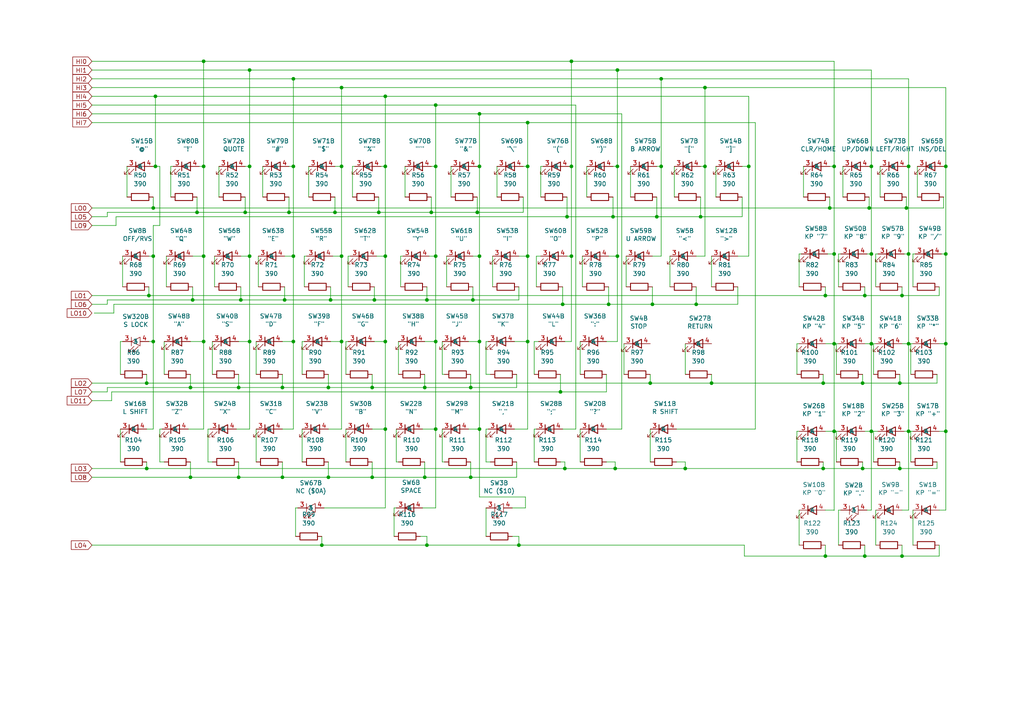
<source format=kicad_sch>
(kicad_sch (version 20250114) (generator "eeschema") (generator_version "9.0")
  (paper "A4")
  (junction (at 262.89 60.325))
  (junction (at 252.73 48.26))
  (junction (at 274.32 125.095))
  (junction (at 165.735 48.26))
  (junction (at 150.495 158.115))
  (junction (at 250.825 85.725))
  (junction (at 179.07 74.295))
  (junction (at 252.73 73.66))
  (junction (at 250.825 161.29))
  (junction (at 109.855 61.595))
  (junction (at 126.365 74.295))
  (junction (at 136.525 138.43))
  (junction (at 107.95 112.395))
  (junction (at 45.085 48.26))
  (junction (at 59.055 74.295))
  (junction (at 72.39 20.32))
  (junction (at 44.45 60.325))
  (junction (at 123.19 112.395))
  (junction (at 139.065 74.295))
  (junction (at 139.065 33.02))
  (junction (at 164.465 62.865))
  (junction (at 188.595 111.125))
  (junction (at 203.2 62.865))
  (junction (at 239.395 85.725))
  (junction (at 189.23 88.265))
  (junction (at 85.09 48.26))
  (junction (at 260.985 135.89))
  (junction (at 81.915 112.395))
  (junction (at 260.985 111.125))
  (junction (at 274.32 48.26))
  (junction (at 55.88 86.995))
  (junction (at 274.32 99.695))
  (junction (at 139.065 124.46))
  (junction (at 240.665 60.325))
  (junction (at 42.545 135.89))
  (junction (at 241.935 125.095))
  (junction (at 97.155 61.595))
  (junction (at 44.45 74.295))
  (junction (at 136.525 112.395))
  (junction (at 126.365 48.26))
  (junction (at 57.15 61.595))
  (junction (at 190.5 62.865))
  (junction (at 42.545 111.125))
  (junction (at 263.525 48.26))
  (junction (at 71.12 61.595))
  (junction (at 99.06 48.26))
  (junction (at 82.55 86.995))
  (junction (at 153.035 99.06))
  (junction (at 217.17 48.26))
  (junction (at 59.055 99.06))
  (junction (at 139.065 99.06))
  (junction (at 99.06 74.295))
  (junction (at 241.935 73.66))
  (junction (at 179.07 48.26))
  (junction (at 238.76 135.89))
  (junction (at 176.53 88.265))
  (junction (at 72.39 48.26))
  (junction (at 274.32 73.66))
  (junction (at 59.055 48.26))
  (junction (at 69.85 86.995))
  (junction (at 241.935 99.695))
  (junction (at 162.56 113.665))
  (junction (at 126.365 30.48))
  (junction (at 69.215 138.43))
  (junction (at 238.76 111.125))
  (junction (at 108.585 86.995))
  (junction (at 111.76 74.295))
  (junction (at 252.095 60.325))
  (junction (at 95.25 112.395))
  (junction (at 153.035 74.295))
  (junction (at 59.055 17.78))
  (junction (at 239.395 161.29))
  (junction (at 111.76 124.46))
  (junction (at 179.07 20.32))
  (junction (at 111.76 99.06))
  (junction (at 250.19 135.89))
  (junction (at 85.09 99.06))
  (junction (at 263.525 125.095))
  (junction (at 252.73 99.695))
  (junction (at 95.25 138.43))
  (junction (at 45.085 27.94))
  (junction (at 99.06 99.06))
  (junction (at 163.83 135.89))
  (junction (at 69.215 112.395))
  (junction (at 153.035 48.26))
  (junction (at 139.065 48.26))
  (junction (at 44.45 99.06))
  (junction (at 99.06 25.4))
  (junction (at 263.525 99.695))
  (junction (at 83.82 61.595))
  (junction (at 204.47 25.4))
  (junction (at 206.375 111.125))
  (junction (at 252.73 125.095))
  (junction (at 123.825 158.115))
  (junction (at 123.825 86.995))
  (junction (at 191.77 22.86))
  (junction (at 111.76 27.94))
  (junction (at 111.76 48.26))
  (junction (at 81.915 138.43))
  (junction (at 261.62 161.29))
  (junction (at 201.93 88.265))
  (junction (at 55.245 112.395))
  (junction (at 261.62 85.725))
  (junction (at 95.885 86.995))
  (junction (at 138.43 61.595))
  (junction (at 165.735 74.295))
  (junction (at 93.345 158.115))
  (junction (at 191.77 48.26))
  (junction (at 177.8 62.865))
  (junction (at 126.365 99.06))
  (junction (at 178.435 135.89))
  (junction (at 55.245 138.43))
  (junction (at 72.39 74.295))
  (junction (at 250.19 111.125))
  (junction (at 107.95 138.43))
  (junction (at 153.035 35.56))
  (junction (at 125.095 61.595))
  (junction (at 198.755 135.89))
  (junction (at 126.365 124.46))
  (junction (at 85.09 74.295))
  (junction (at 72.39 99.06))
  (junction (at 263.525 73.66))
  (junction (at 123.19 138.43))
  (junction (at 165.735 17.78))
  (junction (at 137.16 86.995))
  (junction (at 241.935 48.26))
  (junction (at 204.47 48.26))
  (junction (at 85.09 22.86))
  (junction (at 43.18 85.725))
  (junction (at 163.195 88.265))
  (wire (pts (xy 240.03 73.66) (xy 241.935 73.66)))
  (wire (pts (xy 188.595 111.125) (xy 206.375 111.125)))
  (wire (pts (xy 154.94 124.46) (xy 155.575 124.46)))
  (wire (pts (xy 95.885 86.995) (xy 108.585 86.995)))
  (wire (pts (xy 215.265 62.865) (xy 215.265 57.15)))
  (wire (pts (xy 43.18 74.295) (xy 44.45 74.295)))
  (wire (pts (xy 107.95 108.585) (xy 107.95 112.395)))
  (wire (pts (xy 126.365 99.06) (xy 126.365 74.295)))
  (wire (pts (xy 55.88 86.995) (xy 69.85 86.995)))
  (wire (pts (xy 108.585 99.06) (xy 111.76 99.06)))
  (wire (pts (xy 239.395 147.955) (xy 241.935 147.955)))
  (wire (pts (xy 152.4 147.32) (xy 152.4 144.145)))
  (wire (pts (xy 238.76 133.985) (xy 238.76 135.89)))
  (wire (pts (xy 191.77 74.295) (xy 191.77 48.26)))
  (wire (pts (xy 154.94 108.585) (xy 154.94 99.06)))
  (wire (pts (xy 165.1 48.26) (xy 165.735 48.26)))
  (wire (pts (xy 34.925 99.06) (xy 35.56 99.06)))
  (wire (pts (xy 215.9 158.115) (xy 215.9 161.29)))
  (wire (pts (xy 97.155 48.26) (xy 99.06 48.26)))
  (wire (pts (xy 271.78 111.125) (xy 271.78 108.585)))
  (wire (pts (xy 149.225 99.06) (xy 153.035 99.06)))
  (wire (pts (xy 190.5 48.26) (xy 191.77 48.26)))
  (wire (pts (xy 149.86 138.43) (xy 149.86 133.985)))
  (wire (pts (xy 128.27 99.06) (xy 128.27 108.585)))
  (wire (pts (xy 100.965 83.185) (xy 100.965 74.295)))
  (wire (pts (xy 252.095 60.325) (xy 262.89 60.325)))
  (wire (pts (xy 164.465 62.865) (xy 177.8 62.865)))
  (wire (pts (xy 168.91 74.295) (xy 168.91 83.185)))
  (wire (pts (xy 217.17 48.26) (xy 217.17 27.94)))
  (wire (pts (xy 69.215 112.395) (xy 81.915 112.395)))
  (wire (pts (xy 206.375 111.125) (xy 206.375 108.585)))
  (wire (pts (xy 123.825 158.115) (xy 93.345 158.115)))
  (wire (pts (xy 239.395 83.185) (xy 239.395 85.725)))
  (wire (pts (xy 99.06 25.4) (xy 204.47 25.4)))
  (wire (pts (xy 266.065 48.26) (xy 266.065 57.15)))
  (wire (pts (xy 45.085 27.94) (xy 45.085 48.26)))
  (wire (pts (xy 95.25 124.46) (xy 99.06 124.46)))
  (wire (pts (xy 264.16 125.095) (xy 264.795 125.095)))
  (wire (pts (xy 81.915 112.395) (xy 95.25 112.395)))
  (wire (pts (xy 59.055 17.78) (xy 165.735 17.78)))
  (wire (pts (xy 85.09 74.295) (xy 85.09 48.26)))
  (wire (pts (xy 33.655 65.405) (xy 33.655 62.865)))
  (wire (pts (xy 42.545 124.46) (xy 44.45 124.46)))
  (wire (pts (xy 189.23 83.185) (xy 189.23 88.265)))
  (wire (pts (xy 140.97 124.46) (xy 141.605 124.46)))
  (wire (pts (xy 140.97 147.32) (xy 140.97 155.575)))
  (wire (pts (xy 83.82 61.595) (xy 97.155 61.595)))
  (wire (pts (xy 152.4 144.145) (xy 139.065 144.145)))
  (wire (pts (xy 32.385 113.665) (xy 162.56 113.665)))
  (wire (pts (xy 264.16 99.695) (xy 264.795 99.695)))
  (wire (pts (xy 57.15 57.15) (xy 57.15 61.595)))
  (wire (pts (xy 272.415 85.725) (xy 272.415 83.185)))
  (wire (pts (xy 59.055 74.295) (xy 59.055 48.26)))
  (wire (pts (xy 99.06 48.26) (xy 99.06 25.4)))
  (wire (pts (xy 115.57 133.985) (xy 114.935 133.985)))
  (wire (pts (xy 85.09 22.86) (xy 191.77 22.86)))
  (wire (pts (xy 99.06 99.06) (xy 99.06 74.295)))
  (wire (pts (xy 93.345 158.115) (xy 93.345 155.575)))
  (wire (pts (xy 42.545 133.985) (xy 42.545 135.89)))
  (wire (pts (xy 148.59 147.32) (xy 152.4 147.32)))
  (wire (pts (xy 231.775 83.185) (xy 231.775 73.66)))
  (wire (pts (xy 217.17 74.295) (xy 217.17 48.26)))
  (wire (pts (xy 274.32 99.695) (xy 274.32 125.095)))
  (wire (pts (xy 46.355 48.26) (xy 45.085 48.26)))
  (wire (pts (xy 33.02 90.805) (xy 33.02 88.265)))
  (wire (pts (xy 252.095 48.26) (xy 252.73 48.26)))
  (wire (pts (xy 155.575 74.295) (xy 156.845 74.295)))
  (wire (pts (xy 123.825 155.575) (xy 123.825 158.115)))
  (wire (pts (xy 150.495 83.185) (xy 150.495 86.995)))
  (wire (pts (xy 107.95 138.43) (xy 123.19 138.43)))
  (wire (pts (xy 238.76 135.89) (xy 250.19 135.89)))
  (wire (pts (xy 264.795 147.955) (xy 264.795 158.115)))
  (wire (pts (xy 260.985 133.985) (xy 260.985 135.89)))
  (wire (pts (xy 196.215 124.46) (xy 219.075 124.46)))
  (wire (pts (xy 100.965 74.295) (xy 101.6 74.295)))
  (wire (pts (xy 123.19 99.06) (xy 126.365 99.06)))
  (wire (pts (xy 138.43 57.15) (xy 138.43 61.595)))
  (wire (pts (xy 139.065 48.26) (xy 139.065 33.02)))
  (wire (pts (xy 162.56 108.585) (xy 162.56 113.665)))
  (wire (pts (xy 164.465 74.295) (xy 165.735 74.295)))
  (wire (pts (xy 176.53 83.185) (xy 176.53 88.265)))
  (wire (pts (xy 163.195 88.265) (xy 176.53 88.265)))
  (wire (pts (xy 177.8 62.865) (xy 190.5 62.865)))
  (wire (pts (xy 108.585 83.185) (xy 108.585 86.995)))
  (wire (pts (xy 155.575 83.185) (xy 155.575 74.295)))
  (wire (pts (xy 262.255 73.66) (xy 263.525 73.66)))
  (wire (pts (xy 168.275 99.06) (xy 168.275 108.585)))
  (wire (pts (xy 154.94 133.985) (xy 154.94 124.46)))
  (wire (pts (xy 46.355 133.985) (xy 46.355 124.46)))
  (wire (pts (xy 114.935 124.46) (xy 114.935 133.985)))
  (wire (pts (xy 255.27 48.26) (xy 255.27 57.15)))
  (wire (pts (xy 44.45 65.405) (xy 46.355 65.405)))
  (wire (pts (xy 72.39 20.32) (xy 72.39 48.26)))
  (wire (pts (xy 59.055 99.06) (xy 59.055 74.295)))
  (wire (pts (xy 242.57 133.985) (xy 242.57 125.095)))
  (wire (pts (xy 55.245 112.395) (xy 69.215 112.395)))
  (wire (pts (xy 261.62 99.695) (xy 263.525 99.695)))
  (wire (pts (xy 274.32 125.095) (xy 274.32 147.955)))
  (wire (pts (xy 262.89 48.26) (xy 263.525 48.26)))
  (wire (pts (xy 126.365 147.32) (xy 126.365 124.46)))
  (wire (pts (xy 95.885 83.185) (xy 95.885 86.995)))
  (wire (pts (xy 43.18 83.185) (xy 43.18 85.725)))
  (wire (pts (xy 136.525 112.395) (xy 149.86 112.395)))
  (wire (pts (xy 44.45 99.06) (xy 44.45 74.295)))
  (wire (pts (xy 34.925 108.585) (xy 34.925 99.06)))
  (wire (pts (xy 238.76 108.585) (xy 238.76 111.125)))
  (wire (pts (xy 244.475 48.26) (xy 244.475 57.15)))
  (wire (pts (xy 69.215 108.585) (xy 69.215 112.395)))
  (wire (pts (xy 100.33 124.46) (xy 100.33 133.985)))
  (wire (pts (xy 44.45 57.15) (xy 44.45 60.325)))
  (wire (pts (xy 139.065 144.145) (xy 139.065 124.46)))
  (wire (pts (xy 250.825 161.29) (xy 261.62 161.29)))
  (wire (pts (xy 175.895 108.585) (xy 175.895 113.665)))
  (wire (pts (xy 62.23 74.295) (xy 62.23 83.185)))
  (wire (pts (xy 163.83 133.985) (xy 163.83 135.89)))
  (wire (pts (xy 180.34 124.46) (xy 180.34 33.02)))
  (wire (pts (xy 59.055 124.46) (xy 59.055 99.06)))
  (wire (pts (xy 261.62 158.115) (xy 261.62 161.29)))
  (wire (pts (xy 219.075 35.56) (xy 153.035 35.56)))
  (wire (pts (xy 243.205 73.66) (xy 243.84 73.66)))
  (wire (pts (xy 26.67 25.4) (xy 99.06 25.4)))
  (wire (pts (xy 122.555 147.32) (xy 126.365 147.32)))
  (wire (pts (xy 54.61 124.46) (xy 59.055 124.46)))
  (wire (pts (xy 251.46 147.955) (xy 252.73 147.955)))
  (wire (pts (xy 191.77 48.26) (xy 191.77 22.86)))
  (wire (pts (xy 217.17 27.94) (xy 111.76 27.94)))
  (wire (pts (xy 26.67 62.865) (xy 31.115 62.865)))
  (wire (pts (xy 213.995 74.295) (xy 217.17 74.295)))
  (wire (pts (xy 189.23 88.265) (xy 201.93 88.265)))
  (wire (pts (xy 150.495 155.575) (xy 150.495 158.115)))
  (wire (pts (xy 85.725 147.32) (xy 86.36 147.32)))
  (wire (pts (xy 35.56 74.295) (xy 35.56 83.185)))
  (wire (pts (xy 151.765 61.595) (xy 151.765 57.15)))
  (wire (pts (xy 240.665 60.325) (xy 252.095 60.325)))
  (wire (pts (xy 128.905 133.985) (xy 128.27 133.985)))
  (wire (pts (xy 179.07 20.32) (xy 252.73 20.32)))
  (wire (pts (xy 188.595 108.585) (xy 188.595 111.125)))
  (wire (pts (xy 135.89 99.06) (xy 139.065 99.06)))
  (wire (pts (xy 263.525 125.095) (xy 263.525 147.955)))
  (wire (pts (xy 31.115 112.395) (xy 55.245 112.395)))
  (wire (pts (xy 46.355 65.405) (xy 46.355 48.26)))
  (wire (pts (xy 164.465 57.15) (xy 164.465 62.865)))
  (wire (pts (xy 68.58 124.46) (xy 72.39 124.46)))
  (wire (pts (xy 100.33 108.585) (xy 100.33 99.06)))
  (wire (pts (xy 87.63 99.06) (xy 88.265 99.06)))
  (wire (pts (xy 250.825 85.725) (xy 261.62 85.725)))
  (wire (pts (xy 261.62 83.185) (xy 261.62 85.725)))
  (wire (pts (xy 264.795 83.185) (xy 264.795 73.66)))
  (wire (pts (xy 204.47 48.26) (xy 204.47 74.295)))
  (wire (pts (xy 85.09 124.46) (xy 85.09 99.06)))
  (wire (pts (xy 43.18 85.725) (xy 239.395 85.725)))
  (wire (pts (xy 194.31 74.295) (xy 194.31 83.185)))
  (wire (pts (xy 250.19 135.89) (xy 260.985 135.89)))
  (wire (pts (xy 96.52 74.295) (xy 99.06 74.295)))
  (wire (pts (xy 188.595 124.46) (xy 188.595 133.985)))
  (wire (pts (xy 55.245 138.43) (xy 69.215 138.43)))
  (wire (pts (xy 26.67 35.56) (xy 153.035 35.56)))
  (wire (pts (xy 242.57 99.695) (xy 243.205 99.695)))
  (wire (pts (xy 26.67 113.665) (xy 31.115 113.665)))
  (wire (pts (xy 126.365 124.46) (xy 126.365 99.06)))
  (wire (pts (xy 114.3 155.575) (xy 114.3 147.32)))
  (wire (pts (xy 153.035 48.26) (xy 153.035 35.56)))
  (wire (pts (xy 177.8 57.15) (xy 177.8 62.865)))
  (wire (pts (xy 274.32 25.4) (xy 274.32 48.26)))
  (wire (pts (xy 82.55 83.185) (xy 82.55 86.995)))
  (wire (pts (xy 153.035 74.295) (xy 153.035 48.26)))
  (wire (pts (xy 81.915 124.46) (xy 85.09 124.46)))
  (wire (pts (xy 126.365 48.26) (xy 126.365 30.48)))
  (wire (pts (xy 89.535 48.26) (xy 89.535 57.15)))
  (wire (pts (xy 26.67 135.89) (xy 42.545 135.89)))
  (wire (pts (xy 136.525 108.585) (xy 136.525 112.395)))
  (wire (pts (xy 252.73 48.26) (xy 252.73 73.66)))
  (wire (pts (xy 27.305 90.805) (xy 33.02 90.805)))
  (wire (pts (xy 254 73.66) (xy 254.635 73.66)))
  (wire (pts (xy 137.16 83.185) (xy 137.16 86.995)))
  (wire (pts (xy 142.24 108.585) (xy 140.97 108.585)))
  (wire (pts (xy 252.73 73.66) (xy 252.73 99.695)))
  (wire (pts (xy 272.415 161.29) (xy 272.415 158.115)))
  (wire (pts (xy 179.07 74.295) (xy 179.07 48.26)))
  (wire (pts (xy 175.895 124.46) (xy 180.34 124.46)))
  (wire (pts (xy 165.735 17.78) (xy 241.935 17.78)))
  (wire (pts (xy 26.67 27.94) (xy 45.085 27.94)))
  (wire (pts (xy 81.915 99.06) (xy 85.09 99.06)))
  (wire (pts (xy 81.915 133.985) (xy 81.915 138.43)))
  (wire (pts (xy 72.39 99.06) (xy 72.39 124.46)))
  (wire (pts (xy 87.63 124.46) (xy 87.63 133.985)))
  (wire (pts (xy 121.92 155.575) (xy 123.825 155.575)))
  (wire (pts (xy 241.935 99.695) (xy 241.935 73.66)))
  (wire (pts (xy 176.53 88.265) (xy 189.23 88.265)))
  (wire (pts (xy 26.67 88.265) (xy 31.115 88.265)))
  (wire (pts (xy 175.895 133.985) (xy 178.435 133.985)))
  (wire (pts (xy 47.625 99.06) (xy 47.625 108.585)))
  (wire (pts (xy 180.975 99.695) (xy 180.975 108.585)))
  (wire (pts (xy 253.365 133.985) (xy 253.365 125.095)))
  (wire (pts (xy 129.54 74.295) (xy 129.54 83.185)))
  (wire (pts (xy 43.18 99.06) (xy 44.45 99.06)))
  (wire (pts (xy 49.53 57.15) (xy 49.53 48.26)))
  (wire (pts (xy 189.23 74.295) (xy 191.77 74.295)))
  (wire (pts (xy 262.89 57.15) (xy 262.89 60.325)))
  (wire (pts (xy 117.475 48.26) (xy 117.475 57.15)))
  (wire (pts (xy 167.005 124.46) (xy 167.005 30.48)))
  (wire (pts (xy 81.915 138.43) (xy 95.25 138.43)))
  (wire (pts (xy 140.97 133.985) (xy 140.97 124.46)))
  (wire (pts (xy 124.46 74.295) (xy 126.365 74.295)))
  (wire (pts (xy 93.98 147.32) (xy 111.76 147.32)))
  (wire (pts (xy 273.05 73.66) (xy 274.32 73.66)))
  (wire (pts (xy 42.545 135.89) (xy 163.83 135.89)))
  (wire (pts (xy 107.95 133.985) (xy 107.95 138.43)))
  (wire (pts (xy 215.9 161.29) (xy 239.395 161.29)))
  (wire (pts (xy 33.02 88.265) (xy 163.195 88.265)))
  (wire (pts (xy 69.215 99.06) (xy 72.39 99.06)))
  (wire (pts (xy 100.33 99.06) (xy 100.965 99.06)))
  (wire (pts (xy 115.57 99.06) (xy 115.57 108.585)))
  (wire (pts (xy 26.67 116.205) (xy 32.385 116.205)))
  (wire (pts (xy 262.255 125.095) (xy 263.525 125.095)))
  (wire (pts (xy 45.085 48.26) (xy 44.45 48.26)))
  (wire (pts (xy 60.325 133.985) (xy 60.325 124.46)))
  (wire (pts (xy 253.365 125.095) (xy 254.635 125.095)))
  (wire (pts (xy 107.95 124.46) (xy 111.76 124.46)))
  (wire (pts (xy 163.195 83.185) (xy 163.195 88.265)))
  (wire (pts (xy 111.76 48.26) (xy 111.76 27.94)))
  (wire (pts (xy 34.925 124.46) (xy 34.925 133.985)))
  (wire (pts (xy 252.095 57.15) (xy 252.095 60.325)))
  (wire (pts (xy 128.905 108.585) (xy 128.27 108.585)))
  (wire (pts (xy 111.76 99.06) (xy 111.76 74.295)))
  (wire (pts (xy 26.67 138.43) (xy 55.245 138.43)))
  (wire (pts (xy 44.45 74.295) (xy 44.45 65.405)))
  (wire (pts (xy 128.27 133.985) (xy 128.27 124.46)))
  (wire (pts (xy 71.12 48.26) (xy 72.39 48.26)))
  (wire (pts (xy 31.115 62.865) (xy 31.115 61.595)))
  (wire (pts (xy 95.25 108.585) (xy 95.25 112.395)))
  (wire (pts (xy 26.67 17.78) (xy 59.055 17.78)))
  (wire (pts (xy 102.235 48.26) (xy 102.87 48.26)))
  (wire (pts (xy 274.32 73.66) (xy 274.32 99.695)))
  (wire (pts (xy 55.88 86.995) (xy 31.115 86.995)))
  (wire (pts (xy 264.795 73.66) (xy 265.43 73.66)))
  (wire (pts (xy 260.985 108.585) (xy 260.985 111.125)))
  (wire (pts (xy 95.885 99.06) (xy 99.06 99.06)))
  (wire (pts (xy 254 83.185) (xy 254 73.66)))
  (wire (pts (xy 215.265 48.26) (xy 217.17 48.26)))
  (wire (pts (xy 109.855 61.595) (xy 125.095 61.595)))
  (wire (pts (xy 59.055 48.26) (xy 59.055 17.78)))
  (wire (pts (xy 153.035 99.06) (xy 153.035 74.295)))
  (wire (pts (xy 250.19 108.585) (xy 250.19 111.125)))
  (wire (pts (xy 144.145 48.26) (xy 144.145 57.15)))
  (wire (pts (xy 95.25 133.985) (xy 95.25 138.43)))
  (wire (pts (xy 163.195 124.46) (xy 167.005 124.46)))
  (wire (pts (xy 49.53 48.26) (xy 50.165 48.26)))
  (wire (pts (xy 76.2 48.26) (xy 76.2 57.15)))
  (wire (pts (xy 55.245 99.06) (xy 59.055 99.06)))
  (wire (pts (xy 231.775 147.955) (xy 231.775 158.115)))
  (wire (pts (xy 136.525 133.985) (xy 136.525 138.43)))
  (wire (pts (xy 26.67 65.405) (xy 33.655 65.405)))
  (wire (pts (xy 99.06 124.46) (xy 99.06 99.06)))
  (wire (pts (xy 191.77 22.86) (xy 263.525 22.86)))
  (wire (pts (xy 178.435 133.985) (xy 178.435 135.89)))
  (wire (pts (xy 149.225 124.46) (xy 153.035 124.46)))
  (wire (pts (xy 253.365 99.695) (xy 254 99.695)))
  (wire (pts (xy 74.295 99.06) (xy 74.295 108.585)))
  (wire (pts (xy 198.755 99.695) (xy 198.755 108.585)))
  (wire (pts (xy 204.47 25.4) (xy 204.47 48.26)))
  (wire (pts (xy 239.395 99.695) (xy 241.935 99.695)))
  (wire (pts (xy 272.415 125.095) (xy 274.32 125.095)))
  (wire (pts (xy 154.94 99.06) (xy 156.21 99.06)))
  (wire (pts (xy 69.85 83.185) (xy 69.85 86.995)))
  (wire (pts (xy 176.53 74.295) (xy 179.07 74.295)))
  (wire (pts (xy 149.86 112.395) (xy 149.86 108.585)))
  (wire (pts (xy 179.07 48.26) (xy 179.07 20.32)))
  (wire (pts (xy 140.97 99.06) (xy 141.605 99.06)))
  (wire (pts (xy 239.395 158.115) (xy 239.395 161.29)))
  (wire (pts (xy 95.25 138.43) (xy 107.95 138.43)))
  (wire (pts (xy 241.935 17.78) (xy 241.935 48.26)))
  (wire (pts (xy 165.735 17.78) (xy 165.735 48.26)))
  (wire (pts (xy 57.785 48.26) (xy 59.055 48.26)))
  (wire (pts (xy 55.88 74.295) (xy 59.055 74.295)))
  (wire (pts (xy 250.19 111.125) (xy 260.985 111.125)))
  (wire (pts (xy 231.14 133.985) (xy 231.14 125.095)))
  (wire (pts (xy 198.755 135.89) (xy 198.755 133.985)))
  (wire (pts (xy 163.83 99.06) (xy 165.735 99.06)))
  (wire (pts (xy 109.855 57.15) (xy 109.855 61.595)))
  (wire (pts (xy 179.07 99.06) (xy 179.07 74.295)))
  (wire (pts (xy 261.62 161.29) (xy 272.415 161.29)))
  (wire (pts (xy 180.34 33.02) (xy 139.065 33.02)))
  (wire (pts (xy 213.995 88.265) (xy 213.995 83.185)))
  (wire (pts (xy 97.155 57.15) (xy 97.155 61.595)))
  (wire (pts (xy 81.915 108.585) (xy 81.915 112.395)))
  (wire (pts (xy 108.585 86.995) (xy 123.825 86.995)))
  (wire (pts (xy 31.115 86.995) (xy 31.115 88.265)))
  (wire (pts (xy 109.22 74.295) (xy 111.76 74.295)))
  (wire (pts (xy 260.985 111.125) (xy 271.78 111.125)))
  (wire (pts (xy 195.58 48.26) (xy 195.58 57.15)))
  (wire (pts (xy 206.375 74.295) (xy 206.375 83.185)))
  (wire (pts (xy 219.075 124.46) (xy 219.075 35.56)))
  (wire (pts (xy 123.19 133.985) (xy 123.19 138.43)))
  (wire (pts (xy 125.095 57.15) (xy 125.095 61.595)))
  (wire (pts (xy 139.065 124.46) (xy 139.065 99.06)))
  (wire (pts (xy 271.78 135.89) (xy 271.78 133.985)))
  (wire (pts (xy 201.93 74.295) (xy 204.47 74.295)))
  (wire (pts (xy 263.525 22.86) (xy 263.525 48.26)))
  (wire (pts (xy 241.935 48.26) (xy 240.665 48.26)))
  (wire (pts (xy 162.56 113.665) (xy 175.895 113.665)))
  (wire (pts (xy 137.16 74.295) (xy 139.065 74.295)))
  (wire (pts (xy 111.76 124.46) (xy 111.76 99.06)))
  (wire (pts (xy 153.035 124.46) (xy 153.035 99.06)))
  (wire (pts (xy 201.93 88.265) (xy 213.995 88.265)))
  (wire (pts (xy 241.935 73.66) (xy 241.935 48.26)))
  (wire (pts (xy 263.525 48.26) (xy 263.525 73.66)))
  (wire (pts (xy 252.73 99.695) (xy 252.73 125.095)))
  (wire (pts (xy 165.735 74.295) (xy 165.735 99.06)))
  (wire (pts (xy 42.545 111.125) (xy 188.595 111.125)))
  (wire (pts (xy 123.825 86.995) (xy 137.16 86.995)))
  (wire (pts (xy 123.19 108.585) (xy 123.19 112.395)))
  (wire (pts (xy 72.39 48.26) (xy 72.39 74.295)))
  (wire (pts (xy 46.355 124.46) (xy 46.99 124.46)))
  (wire (pts (xy 239.395 125.095) (xy 241.935 125.095)))
  (wire (pts (xy 264.16 133.985) (xy 264.16 125.095)))
  (wire (pts (xy 88.265 74.295) (xy 88.9 74.295)))
  (wire (pts (xy 99.06 74.295) (xy 99.06 48.26)))
  (wire (pts (xy 250.825 99.695) (xy 252.73 99.695)))
  (wire (pts (xy 55.245 108.585) (xy 55.245 112.395)))
  (wire (pts (xy 60.325 124.46) (xy 60.96 124.46)))
  (wire (pts (xy 264.16 108.585) (xy 264.16 99.695)))
  (wire (pts (xy 111.76 74.295) (xy 111.76 48.26)))
  (wire (pts (xy 207.645 48.26) (xy 207.645 57.15)))
  (wire (pts (xy 231.14 125.095) (xy 231.775 125.095)))
  (wire (pts (xy 83.82 57.15) (xy 83.82 61.595)))
  (wire (pts (xy 48.26 74.295) (xy 48.26 83.185)))
  (wire (pts (xy 140.97 108.585) (xy 140.97 99.06)))
  (wire (pts (xy 72.39 74.295) (xy 72.39 99.06)))
  (wire (pts (xy 44.45 124.46) (xy 44.45 99.06)))
  (wire (pts (xy 250.825 158.115) (xy 250.825 161.29)))
  (wire (pts (xy 139.065 74.295) (xy 139.065 48.26)))
  (wire (pts (xy 71.12 57.15) (xy 71.12 61.595)))
  (wire (pts (xy 242.57 125.095) (xy 243.205 125.095)))
  (wire (pts (xy 254 147.955) (xy 254 158.115)))
  (wire (pts (xy 26.67 158.115) (xy 93.345 158.115)))
  (wire (pts (xy 253.365 108.585) (xy 253.365 99.695)))
  (wire (pts (xy 88.265 83.185) (xy 88.265 74.295)))
  (wire (pts (xy 123.19 138.43) (xy 136.525 138.43)))
  (wire (pts (xy 198.755 133.985) (xy 196.215 133.985)))
  (wire (pts (xy 263.525 99.695) (xy 263.525 125.095)))
  (wire (pts (xy 125.095 61.595) (xy 138.43 61.595)))
  (wire (pts (xy 42.545 108.585) (xy 42.545 111.125)))
  (wire (pts (xy 233.045 48.26) (xy 233.045 57.15)))
  (wire (pts (xy 203.2 57.15) (xy 203.2 62.865)))
  (wire (pts (xy 151.765 48.26) (xy 153.035 48.26)))
  (wire (pts (xy 272.415 99.695) (xy 274.32 99.695)))
  (wire (pts (xy 83.82 48.26) (xy 85.09 48.26)))
  (wire (pts (xy 137.16 86.995) (xy 150.495 86.995)))
  (wire (pts (xy 135.89 124.46) (xy 139.065 124.46)))
  (wire (pts (xy 204.47 25.4) (xy 274.32 25.4)))
  (wire (pts (xy 139.065 99.06) (xy 139.065 74.295)))
  (wire (pts (xy 139.065 33.02) (xy 26.67 33.02)))
  (wire (pts (xy 250.825 83.185) (xy 250.825 85.725)))
  (wire (pts (xy 111.76 27.94) (xy 45.085 27.94)))
  (wire (pts (xy 69.215 133.985) (xy 69.215 138.43)))
  (wire (pts (xy 243.205 83.185) (xy 243.205 73.66)))
  (wire (pts (xy 138.43 61.595) (xy 151.765 61.595)))
  (wire (pts (xy 26.67 111.125) (xy 42.545 111.125)))
  (wire (pts (xy 31.115 61.595) (xy 57.15 61.595)))
  (wire (pts (xy 165.735 48.26) (xy 165.735 74.295)))
  (wire (pts (xy 85.09 48.26) (xy 85.09 22.86)))
  (wire (pts (xy 175.895 99.06) (xy 179.07 99.06)))
  (wire (pts (xy 239.395 85.725) (xy 250.825 85.725)))
  (wire (pts (xy 231.14 108.585) (xy 231.14 99.695)))
  (wire (pts (xy 74.93 74.295) (xy 74.93 83.185)))
  (wire (pts (xy 150.495 74.295) (xy 153.035 74.295)))
  (wire (pts (xy 44.45 60.325) (xy 240.665 60.325)))
  (wire (pts (xy 238.76 111.125) (xy 250.19 111.125)))
  (wire (pts (xy 241.935 99.695) (xy 241.935 125.095)))
  (wire (pts (xy 55.245 133.985) (xy 55.245 138.43)))
  (wire (pts (xy 243.205 158.115) (xy 243.205 147.955)))
  (wire (pts (xy 168.275 124.46) (xy 168.275 133.985)))
  (wire (pts (xy 61.595 99.06) (xy 61.595 108.585)))
  (wire (pts (xy 110.49 48.26) (xy 111.76 48.26)))
  (wire (pts (xy 243.205 147.955) (xy 243.84 147.955)))
  (wire (pts (xy 33.655 62.865) (xy 164.465 62.865)))
  (wire (pts (xy 163.83 135.89) (xy 178.435 135.89)))
  (wire (pts (xy 250.825 125.095) (xy 252.73 125.095)))
  (wire (pts (xy 123.19 112.395) (xy 136.525 112.395)))
  (wire (pts (xy 181.61 74.295) (xy 181.61 83.185)))
  (wire (pts (xy 74.295 124.46) (xy 74.295 133.985)))
  (wire (pts (xy 114.3 147.32) (xy 114.935 147.32)))
  (wire (pts (xy 260.985 135.89) (xy 271.78 135.89)))
  (wire (pts (xy 239.395 161.29) (xy 250.825 161.29)))
  (wire (pts (xy 26.67 60.325) (xy 44.45 60.325)))
  (wire (pts (xy 87.63 108.585) (xy 87.63 99.06)))
  (wire (pts (xy 274.32 147.955) (xy 272.415 147.955)))
  (wire (pts (xy 57.15 61.595) (xy 71.12 61.595)))
  (wire (pts (xy 240.665 57.15) (xy 240.665 60.325)))
  (wire (pts (xy 156.845 48.26) (xy 157.48 48.26)))
  (wire (pts (xy 251.46 73.66) (xy 252.73 73.66)))
  (wire (pts (xy 201.93 83.185) (xy 201.93 88.265)))
  (wire (pts (xy 71.12 61.595) (xy 83.82 61.595)))
  (wire (pts (xy 107.95 112.395) (xy 123.19 112.395)))
  (wire (pts (xy 190.5 57.15) (xy 190.5 62.865)))
  (wire (pts (xy 241.935 125.095) (xy 241.935 148.082)))
  (wire (pts (xy 126.365 74.295) (xy 126.365 48.26)))
  (wire (pts (xy 262.89 60.325) (xy 273.685 60.325)))
  (wire (pts (xy 150.495 158.115) (xy 215.9 158.115)))
  (wire (pts (xy 55.88 83.185) (xy 55.88 86.995)))
  (wire (pts (xy 198.755 135.89) (xy 238.76 135.89)))
  (wire (pts (xy 95.25 112.395) (xy 107.95 112.395)))
  (wire (pts (xy 69.85 74.295) (xy 72.39 74.295)))
  (wire (pts (xy 178.435 135.89) (xy 198.755 135.89)))
  (wire (pts (xy 142.24 133.985) (xy 140.97 133.985)))
  (wire (pts (xy 206.375 111.125) (xy 238.76 111.125)))
  (wire (pts (xy 162.56 133.985) (xy 163.83 133.985)))
  (wire (pts (xy 26.67 85.725) (xy 43.18 85.725)))
  (wire (pts (xy 123.825 83.185) (xy 123.825 86.995)))
  (wire (pts (xy 167.005 30.48) (xy 126.365 30.48)))
  (wire (pts (xy 126.365 30.48) (xy 26.67 30.48)))
  (wire (pts (xy 203.2 62.865) (xy 215.265 62.865)))
  (wire (pts (xy 261.62 85.725) (xy 272.415 85.725)))
  (wire (pts (xy 138.43 48.26) (xy 139.065 48.26)))
  (wire (pts (xy 263.525 73.66) (xy 263.525 99.695)))
  (wire (pts (xy 125.095 48.26) (xy 126.365 48.26)))
  (wire (pts (xy 111.76 147.32) (xy 111.76 124.46)))
  (wire (pts (xy 130.81 48.26) (xy 130.81 57.15)))
  (wire (pts (xy 26.67 20.32) (xy 72.39 20.32)))
  (wire (pts (xy 63.5 48.26) (xy 63.5 57.15)))
  (wire (pts (xy 32.385 116.205) (xy 32.385 113.665)))
  (wire (pts (xy 250.19 133.985) (xy 250.19 135.89)))
  (wire (pts (xy 190.5 62.865) (xy 203.2 62.865)))
  (wire (pts (xy 85.09 99.06) (xy 85.09 74.295)))
  (wire (pts (xy 142.875 74.295) (xy 142.875 83.185)))
  (wire (pts (xy 182.88 48.26) (xy 182.88 57.15)))
  (wire (pts (xy 150.495 158.115) (xy 123.825 158.115)))
  (wire (pts (xy 97.155 61.595) (xy 109.855 61.595)))
  (wire (pts (xy 263.525 147.955) (xy 261.62 147.955)))
  (wire (pts (xy 203.2 48.26) (xy 204.47 48.26)))
  (wire (pts (xy 252.73 125.095) (xy 252.73 147.955)))
  (wire (pts (xy 72.39 20.32) (xy 179.07 20.32)))
  (wire (pts (xy 69.85 86.995) (xy 82.55 86.995)))
  (wire (pts (xy 136.525 138.43) (xy 149.86 138.43)))
  (wire (pts (xy 47.625 133.985) (xy 46.355 133.985)))
  (wire (pts (xy 231.14 99.695) (xy 231.775 99.695)))
  (wire (pts (xy 82.55 86.995) (xy 95.885 86.995)))
  (wire (pts (xy 36.83 48.26) (xy 36.83 57.15)))
  (wire (pts (xy 116.205 74.295) (xy 116.84 74.295)))
  (wire (pts (xy 102.235 57.15) (xy 102.235 48.26)))
  (wire (pts (xy 273.685 60.325) (xy 273.685 57.15)))
  (wire (pts (xy 69.215 138.43) (xy 81.915 138.43)))
  (wire (pts (xy 148.59 155.575) (xy 150.495 155.575)))
  (wire (pts (xy 156.845 57.15) (xy 156.845 48.26)))
  (wire (pts (xy 122.555 124.46) (xy 126.365 124.46)))
  (wire (pts (xy 82.55 74.295) (xy 85.09 74.295)))
  (wire (pts (xy 274.32 48.26) (xy 274.32 73.66)))
  (wire (pts (xy 116.205 83.185) (xy 116.205 74.295)))
  (wire (pts (xy 31.115 113.665) (xy 31.115 112.395)))
  (wire (pts (xy 177.8 48.26) (xy 179.07 48.26)))
  (wire (pts (xy 85.725 155.575) (xy 85.725 147.32)))
  (wire (pts (xy 61.595 133.985) (xy 60.325 133.985)))
  (wire (pts (xy 273.685 48.26) (xy 274.32 48.26)))
  (wire (pts (xy 231.775 73.66) (xy 232.41 73.66)))
  (wire (pts (xy 242.57 108.585) (xy 242.57 99.695)))
  (wire (pts (xy 26.67 22.86) (xy 85.09 22.86)))
  (wire (pts (xy 170.18 48.26) (xy 170.18 57.15)))
  (wire (pts (xy 252.73 20.32) (xy 252.73 48.26)))
  (global_label "LO9" (shape input) (at 26.67 65.405 180) (property "Intersheetrefs" "${INTERSHEET_REFS}" (effects (hide yes))))
  (global_label "LO10" (shape input) (at 26.67 90.805 180) (property "Intersheetrefs" "${INTERSHEET_REFS}" (effects (hide yes))))
  (global_label "LO5" (shape input) (at 26.67 62.865 180) (property "Intersheetrefs" "${INTERSHEET_REFS}" (effects (hide yes))))
  (global_label "LO4" (shape input) (at 26.67 158.115 180) (property "Intersheetrefs" "${INTERSHEET_REFS}" (effects (hide yes))))
  (global_label "LO7" (shape input) (at 26.67 113.665 180) (property "Intersheetrefs" "${INTERSHEET_REFS}" (effects (hide yes))))
  (global_label "HI3" (shape input) (at 26.67 25.4 180) (property "Intersheetrefs" "${INTERSHEET_REFS}" (effects (hide yes))))
  (global_label "LO0" (shape input) (at 26.67 60.325 180) (property "Intersheetrefs" "${INTERSHEET_REFS}" (effects (hide yes))))
  (global_label "LO3" (shape input) (at 26.67 135.89 180) (property "Intersheetrefs" "${INTERSHEET_REFS}" (effects (hide yes))))
  (global_label "HI0" (shape input) (at 26.67 17.78 180) (property "Intersheetrefs" "${INTERSHEET_REFS}" (effects (hide yes))))
  (global_label "LO1" (shape input) (at 26.67 85.725 180) (property "Intersheetrefs" "${INTERSHEET_REFS}" (effects (hide yes))))
  (global_label "LO2" (shape input) (at 26.67 111.125 180) (property "Intersheetrefs" "${INTERSHEET_REFS}" (effects (hide yes))))
  (global_label "HI2" (shape input) (at 26.67 22.86 180) (property "Intersheetrefs" "${INTERSHEET_REFS}" (effects (hide yes))))
  (global_label "LO11" (shape input) (at 26.67 116.205 180) (property "Intersheetrefs" "${INTERSHEET_REFS}" (effects (hide yes))))
  (global_label "LO8" (shape input) (at 26.67 138.43 180) (property "Intersheetrefs" "${INTERSHEET_REFS}" (effects (hide yes))))
  (global_label "HI4" (shape input) (at 26.67 27.94 180) (property "Intersheetrefs" "${INTERSHEET_REFS}" (effects (hide yes))))
  (global_label "HI7" (shape input) (at 26.67 35.56 180) (property "Intersheetrefs" "${INTERSHEET_REFS}" (effects (hide yes))))
  (global_label "HI6" (shape input) (at 26.67 33.02 180) (property "Intersheetrefs" "${INTERSHEET_REFS}" (effects (hide yes))))
  (global_label "LO6" (shape input) (at 26.67 88.265 180) (property "Intersheetrefs" "${INTERSHEET_REFS}" (effects (hide yes))))
  (global_label "HI1" (shape input) (at 26.67 20.32 180) (property "Intersheetrefs" "${INTERSHEET_REFS}" (effects (hide yes))))
  (global_label "HI5" (shape input) (at 26.67 30.48 180) (property "Intersheetrefs" "${INTERSHEET_REFS}" (effects (hide yes))))
  (symbol (lib_id "Device:R") (at 119.38 108.585 90) (unit 1)
    (property "Reference" "R92" (at 119.38 102.235 90))
    (property "Value" "390" (at 119.38 104.775 90))
    (property "Footprint" "Resistor_SMD:R_0805_2012Metric" (effects (hide yes)))
    (property "Description" "Resistor" (effects (hide yes)))
  )
  (symbol (lib_id "Device:R") (at 158.75 108.585 90) (unit 1)
    (property "Reference" "R95" (at 158.75 102.235 90))
    (property "Value" "390" (at 158.75 104.775 90))
    (property "Footprint" "Resistor_SMD:R_0805_2012Metric" (effects (hide yes)))
    (property "Description" "Resistor" (effects (hide yes)))
  )
  (symbol (lib_id "petkn:MX Key with LED Unit") (at 192.913 124.333 0) (unit 2)
    (property "Reference" "SW11" (at 192.913 117.094 0))
    (property "Value" "R SHIFT" (at 192.913 119.4054 0))
    (property "Footprint" "petkn:SW_Cherry_MX_2.00u_PCB_with_LED" (effects (hide yes)))
  )
  (symbol (lib_id "Device:R") (at 186.69 57.15 90) (unit 1)
    (property "Reference" "R61" (at 186.69 50.8 90))
    (property "Value" "390" (at 186.69 53.34 90))
    (property "Footprint" "Resistor_SMD:R_0805_2012Metric" (effects (hide yes)))
    (property "Description" "Resistor" (effects (hide yes)))
  )
  (symbol (lib_id "Device:R") (at 185.42 83.185 90) (unit 1)
    (property "Reference" "R79" (at 185.42 76.835 90))
    (property "Value" "390" (at 185.42 79.375 90))
    (property "Footprint" "Resistor_SMD:R_0805_2012Metric" (effects (hide yes)))
    (property "Description" "Resistor" (effects (hide yes)))
  )
  (symbol (lib_id "Device:R") (at 172.72 83.185 90) (unit 1)
    (property "Reference" "R78" (at 172.72 76.835 90))
    (property "Value" "390" (at 172.72 79.375 90))
    (property "Footprint" "Resistor_SMD:R_0805_2012Metric" (effects (hide yes)))
    (property "Description" "Resistor" (effects (hide yes)))
  )
  (symbol (lib_id "petkn:MX Key with LED Unit") (at 121.793 48.133 0) (unit 2)
    (property "Reference" "SW70" (at 121.793 40.894 0))
    (property "Value" "\"'\"" (at 121.793 43.2054 0))
    (property "Footprint" "petkn:SW_Cherry_MX_1.00u_PCB_with_LED" (effects (hide yes)))
  )
  (symbol (lib_id "petkn:MX Key with LED Unit") (at 247.523 99.568 0) (unit 2)
    (property "Reference" "SW34" (at 247.523 92.329 0))
    (property "Value" "KP \"5\"" (at 247.523 94.6404 0))
    (property "Footprint" "petkn:SW_Cherry_MX_1.00u_PCB_with_LED" (effects (hide yes)))
  )
  (symbol (lib_id "Device:R") (at 132.715 133.985 90) (unit 1)
    (property "Reference" "R111" (at 132.715 127.635 90))
    (property "Value" "390" (at 132.715 130.175 90))
    (property "Footprint" "Resistor_SMD:R_0805_2012Metric" (effects (hide yes)))
    (property "Description" "Resistor" (effects (hide yes)))
  )
  (symbol (lib_id "Device:R") (at 80.01 57.15 90) (unit 1)
    (property "Reference" "R53" (at 80.01 50.8 90))
    (property "Value" "390" (at 80.01 53.34 90))
    (property "Footprint" "Resistor_SMD:R_0805_2012Metric" (effects (hide yes)))
    (property "Description" "Resistor" (effects (hide yes)))
  )
  (symbol (lib_id "Device:R") (at 78.105 108.585 90) (unit 1)
    (property "Reference" "R89" (at 78.105 102.235 90))
    (property "Value" "390" (at 78.105 104.775 90))
    (property "Footprint" "Resistor_SMD:R_0805_2012Metric" (effects (hide yes)))
    (property "Description" "Resistor" (effects (hide yes)))
  )
  (symbol (lib_id "Device:R") (at 120.015 83.185 90) (unit 1)
    (property "Reference" "R74" (at 120.015 76.835 90))
    (property "Value" "390" (at 120.015 79.375 90))
    (property "Footprint" "Resistor_SMD:R_0805_2012Metric" (effects (hide yes)))
    (property "Description" "Resistor" (effects (hide yes)))
  )
  (symbol (lib_id "Device:R") (at 39.37 83.185 90) (unit 1)
    (property "Reference" "R68" (at 39.37 76.835 90))
    (property "Value" "390" (at 39.37 79.375 90))
    (property "Footprint" "Resistor_SMD:R_0805_2012Metric" (effects (hide yes)))
    (property "Description" "Resistor" (effects (hide yes)))
  )
  (symbol (lib_id "Device:R") (at 268.605 158.115 90) (unit 1)
    (property "Reference" "R125" (at 268.605 151.765 90))
    (property "Value" "390" (at 268.605 154.305 90))
    (property "Footprint" "Resistor_SMD:R_0805_2012Metric" (effects (hide yes)))
    (property "Description" "Resistor" (effects (hide yes)))
  )
  (symbol (lib_id "petkn:MX Key with LED Unit") (at 270.383 48.133 0) (unit 2)
    (property "Reference" "SW65" (at 270.383 40.894 0))
    (property "Value" "INS/DEL" (at 270.383 43.2054 0))
    (property "Footprint" "petkn:SW_Cherry_MX_1.00u_PCB_with_LED" (effects (hide yes)))
  )
  (symbol (lib_id "Device:R") (at 146.05 108.585 90) (unit 1)
    (property "Reference" "R94" (at 146.05 102.235 90))
    (property "Value" "390" (at 146.05 104.775 90))
    (property "Footprint" "Resistor_SMD:R_0805_2012Metric" (effects (hide yes)))
    (property "Description" "Resistor" (effects (hide yes)))
  )
  (symbol (lib_id "petkn:MX Key with LED Unit") (at 247.523 124.968 0) (unit 2)
    (property "Reference" "SW18" (at 247.523 117.729 0))
    (property "Value" "KP \"2\"" (at 247.523 120.0404 0))
    (property "Footprint" "petkn:SW_Cherry_MX_1.00u_PCB_with_LED" (effects (hide yes)))
  )
  (symbol (lib_id "Device:R") (at 268.605 83.185 90) (unit 1)
    (property "Reference" "R85" (at 268.605 76.835 90))
    (property "Value" "390" (at 268.605 79.375 90))
    (property "Footprint" "Resistor_SMD:R_0805_2012Metric" (effects (hide yes)))
    (property "Description" "Resistor" (effects (hide yes)))
  )
  (symbol (lib_id "Device:R") (at 65.405 133.985 90) (unit 1)
    (property "Reference" "R106" (at 65.405 127.635 90))
    (property "Value" "390" (at 65.405 130.175 90))
    (property "Footprint" "Resistor_SMD:R_0805_2012Metric" (effects (hide yes)))
    (property "Description" "Resistor" (effects (hide yes)))
  )
  (symbol (lib_id "Device:R") (at 159.385 83.185 90) (unit 1)
    (property "Reference" "R77" (at 159.385 76.835 90))
    (property "Value" "390" (at 159.385 79.375 90))
    (property "Footprint" "Resistor_SMD:R_0805_2012Metric" (effects (hide yes)))
    (property "Description" "Resistor" (effects (hide yes)))
  )
  (symbol (lib_id "petkn:MX Key with LED Unit") (at 67.818 48.133 0) (unit 2)
    (property "Reference" "SW72" (at 67.818 40.894 0))
    (property "Value" "QUOTE" (at 67.818 43.2054 0))
    (property "Footprint" "petkn:SW_Cherry_MX_1.00u_PCB_with_LED" (effects (hide yes)))
  )
  (symbol (lib_id "petkn:MX Key with LED Unit") (at 92.583 98.933 0) (unit 2)
    (property "Reference" "SW39" (at 92.583 91.694 0))
    (property "Value" "\"F\"" (at 92.583 94.0054 0))
    (property "Footprint" "petkn:SW_Cherry_MX_1.00u_PCB_with_LED" (effects (hide yes)))
  )
  (symbol (lib_id "petkn:MX Key with LED Unit") (at 269.113 147.828 0) (unit 2)
    (property "Reference" "SW1" (at 269.113 140.589 0))
    (property "Value" "KP \"=\"" (at 269.113 142.9004 0))
    (property "Footprint" "petkn:SW_Cherry_MX_1.00u_PCB_with_LED" (effects (hide yes)))
  )
  (symbol (lib_id "petkn:MX Key with LED Unit") (at 78.613 98.933 0) (unit 2)
    (property "Reference" "SW47" (at 78.613 91.694 0))
    (property "Value" "\"D\"" (at 78.613 94.0054 0))
    (property "Footprint" "petkn:SW_Cherry_MX_1.00u_PCB_with_LED" (effects (hide yes)))
  )
  (symbol (lib_id "petkn:MX Key with LED Unit") (at 198.628 74.168 0) (unit 2)
    (property "Reference" "SW5" (at 198.628 66.929 0))
    (property "Value" "\"<\"" (at 198.628 69.2404 0))
    (property "Footprint" "petkn:SW_Cherry_MX_1.00u_PCB_with_LED" (effects (hide yes)))
  )
  (symbol (lib_id "Device:R") (at 65.405 108.585 90) (unit 1)
    (property "Reference" "R88" (at 65.405 102.235 90))
    (property "Value" "390" (at 65.405 104.775 90))
    (property "Footprint" "Resistor_SMD:R_0805_2012Metric" (effects (hide yes)))
    (property "Description" "Resistor" (effects (hide yes)))
  )
  (symbol (lib_id "Device:R") (at 192.405 133.985 90) (unit 1)
    (property "Reference" "R115" (at 192.405 127.635 90))
    (property "Value" "390" (at 192.405 130.175 90))
    (property "Footprint" "Resistor_SMD:R_0805_2012Metric" (effects (hide yes)))
    (property "Description" "Resistor" (effects (hide yes)))
  )
  (symbol (lib_id "Device:R") (at 133.35 83.185 90) (unit 1)
    (property "Reference" "R75" (at 133.35 76.835 90))
    (property "Value" "390" (at 133.35 79.375 90))
    (property "Footprint" "Resistor_SMD:R_0805_2012Metric" (effects (hide yes)))
    (property "Description" "Resistor" (effects (hide yes)))
  )
  (symbol (lib_id "petkn:MX Key with LED Unit") (at 269.748 73.533 0) (unit 2)
    (property "Reference" "SW49" (at 269.748 66.294 0))
    (property "Value" "KP \"/\"" (at 269.748 68.6054 0))
    (property "Footprint" "petkn:SW_Cherry_MX_1.00u_PCB_with_LED" (effects (hide yes)))
  )
  (symbol (lib_id "Device:R") (at 211.455 57.15 90) (unit 1)
    (property "Reference" "R63" (at 211.455 50.8 90))
    (property "Value" "390" (at 211.455 53.34 90))
    (property "Footprint" "Resistor_SMD:R_0805_2012Metric" (effects (hide yes)))
    (property "Description" "Resistor" (effects (hide yes)))
  )
  (symbol (lib_id "petkn:MX Key with LED Unit") (at 107.188 48.133 0) (unit 2)
    (property "Reference" "SW78" (at 107.188 40.894 0))
    (property "Value" "\"%\"" (at 107.188 43.2054 0))
    (property "Footprint" "petkn:SW_Cherry_MX_1.00u_PCB_with_LED" (effects (hide yes)))
  )
  (symbol (lib_id "petkn:MX Key with LED Unit") (at 51.308 124.333 0) (unit 2)
    (property "Reference" "SW32" (at 51.308 117.094 0))
    (property "Value" "\"Z\"" (at 51.308 119.4054 0))
    (property "Footprint" "petkn:SW_Cherry_MX_1.00u_PCB_with_LED" (effects (hide yes)))
  )
  (symbol (lib_id "Device:R") (at 132.715 108.585 90) (unit 1)
    (property "Reference" "R93" (at 132.715 102.235 90))
    (property "Value" "390" (at 132.715 104.775 90))
    (property "Footprint" "Resistor_SMD:R_0805_2012Metric" (effects (hide yes)))
    (property "Description" "Resistor" (effects (hide yes)))
  )
  (symbol (lib_id "petkn:MX Key with LED Unit") (at 52.578 74.168 0) (unit 2)
    (property "Reference" "SW64" (at 52.578 66.929 0))
    (property "Value" "\"Q\"" (at 52.578 69.2404 0))
    (property "Footprint" "petkn:SW_Cherry_MX_1.00u_PCB_with_LED" (effects (hide yes)))
  )
  (symbol (lib_id "petkn:MX Key with LED Unit") (at 51.943 98.933 0) (unit 2)
    (property "Reference" "SW48" (at 51.943 91.694 0))
    (property "Value" "\"A\"" (at 51.943 94.0054 0))
    (property "Footprint" "petkn:SW_Cherry_MX_1.00u_PCB_with_LED" (effects (hide yes)))
  )
  (symbol (lib_id "Device:R") (at 119.38 133.985 90) (unit 1)
    (property "Reference" "R110" (at 119.38 127.635 90))
    (property "Value" "390" (at 119.38 130.175 90))
    (property "Footprint" "Resistor_SMD:R_0805_2012Metric" (effects (hide yes)))
    (property "Description" "Resistor" (effects (hide yes)))
  )
  (symbol (lib_id "petkn:MX Key with LED Unit") (at 41.148 48.133 0) (unit 2)
    (property "Reference" "SW15" (at 41.148 40.894 0))
    (property "Value" "\"@\"" (at 41.148 43.2054 0))
    (property "Footprint" "petkn:SW_Cherry_MX_1.00u_PCB_with_LED" (effects (hide yes)))
  )
  (symbol (lib_name "MX Key with LED Unit_4") (lib_id "petkn:MX Key with LED Unit") (at 247.65 147.955 0) (unit 2)
    (property "Reference" "SW2" (at 247.65 140.716 0))
    (property "Value" "KP \".\"" (at 247.65 143.0274 0))
    (property "Footprint" "petkn:SW_Cherry_MX_1.00u_PCB_with_LED" (effects (hide yes)))
  )
  (symbol (lib_id "Device:R") (at 67.31 57.15 90) (unit 1)
    (property "Reference" "R52" (at 67.31 50.8 90))
    (property "Value" "390" (at 67.31 53.34 90))
    (property "Footprint" "Resistor_SMD:R_0805_2012Metric" (effects (hide yes)))
    (property "Description" "Resistor" (effects (hide yes)))
  )
  (symbol (lib_id "Device:R") (at 146.685 83.185 90) (unit 1)
    (property "Reference" "R76" (at 146.685 76.835 90))
    (property "Value" "390" (at 146.685 79.375 90))
    (property "Footprint" "Resistor_SMD:R_0805_2012Metric" (effects (hide yes)))
    (property "Description" "Resistor" (effects (hide yes)))
  )
  (symbol (lib_id "Device:R") (at 210.185 83.185 90) (unit 1)
    (property "Reference" "R81" (at 210.185 76.835 90))
    (property "Value" "390" (at 210.185 79.375 90))
    (property "Footprint" "Resistor_SMD:R_0805_2012Metric" (effects (hide yes)))
    (property "Description" "Resistor" (effects (hide yes)))
  )
  (symbol (lib_id "Device:R") (at 121.285 57.15 90) (unit 1)
    (property "Reference" "R56" (at 121.285 50.8 90))
    (property "Value" "390" (at 121.285 53.34 90))
    (property "Footprint" "Resistor_SMD:R_0805_2012Metric" (effects (hide yes)))
    (property "Description" "Resistor" (effects (hide yes)))
  )
  (symbol (lib_id "Device:R") (at 234.95 108.585 90) (unit 1)
    (property "Reference" "R100" (at 234.95 102.235 90))
    (property "Value" "390" (at 234.95 104.775 90))
    (property "Footprint" "Resistor_SMD:R_0805_2012Metric" (effects (hide yes)))
    (property "Description" "Resistor" (effects (hide yes)))
  )
  (symbol (lib_id "Device:R") (at 53.34 57.15 90) (unit 1)
    (property "Reference" "R51" (at 53.34 50.8 90))
    (property "Value" "390" (at 53.34 53.34 90))
    (property "Footprint" "Resistor_SMD:R_0805_2012Metric" (effects (hide yes)))
    (property "Description" "Resistor" (effects (hide yes)))
  )
  (symbol (lib_id "petkn:MX Key with LED Unit") (at 93.218 74.168 0) (unit 2)
    (property "Reference" "SW55" (at 93.218 66.929 0))
    (property "Value" "\"R\"" (at 93.218 69.2404 0))
    (property "Footprint" "petkn:SW_Cherry_MX_1.00u_PCB_with_LED" (effects (hide yes)))
  )
  (symbol (lib_id "Device:R") (at 66.04 83.185 90) (unit 1)
    (property "Reference" "R70" (at 66.04 76.835 90))
    (property "Value" "390" (at 66.04 79.375 90))
    (property "Footprint" "Resistor_SMD:R_0805_2012Metric" (effects (hide yes)))
    (property "Description" "Resistor" (effects (hide yes)))
  )
  (symbol (lib_id "Device:R") (at 104.14 108.585 90) (unit 1)
    (property "Reference" "R91" (at 104.14 102.235 90))
    (property "Value" "390" (at 104.14 104.775 90))
    (property "Footprint" "Resistor_SMD:R_0805_2012Metric" (effects (hide yes)))
    (property "Description" "Resistor" (effects (hide yes)))
  )
  (symbol (lib_id "Device:R") (at 172.085 133.985 90) (unit 1)
    (property "Reference" "R114" (at 172.085 127.635 90))
    (property "Value" "390" (at 172.085 130.175 90))
    (property "Footprint" "Resistor_SMD:R_0805_2012Metric" (effects (hide yes)))
    (property "Description" "Resistor" (effects (hide yes)))
  )
  (symbol (lib_id "petkn:MX Key with LED Unit") (at 39.878 74.168 0) (unit 2)
    (property "Reference" "SW8" (at 39.878 66.929 0))
    (property "Value" "OFF/RVS" (at 39.878 69.2404 0))
    (property "Footprint" "petkn:SW_Cherry_MX_1.50u_PCB_with_LED" (effects (hide yes)))
  )
  (symbol (lib_id "Device:R") (at 38.735 108.585 90) (unit 1)
    (property "Reference" "R86" (at 38.735 102.235 90))
    (property "Value" "390" (at 38.735 104.775 90))
    (property "Footprint" "Resistor_SMD:R_0805_2012Metric" (effects (hide yes)))
    (property "Description" "Resistor" (effects (hide yes)))
  )
  (symbol (lib_id "petkn:MX Key with LED Unit") (at 185.293 99.568 0) (unit 2)
    (property "Reference" "SW4" (at 185.293 92.329 0))
    (property "Value" "STOP" (at 185.293 94.6404 0))
    (property "Footprint" "petkn:SW_Cherry_MX_1.00u_PCB_with_LED" (effects (hide yes)))
  )
  (symbol (lib_id "Device:R") (at 259.08 57.15 90) (unit 1)
    (property "Reference" "R66" (at 259.08 50.8 90))
    (property "Value" "390" (at 259.08 53.34 90))
    (property "Footprint" "Resistor_SMD:R_0805_2012Metric" (effects (hide yes)))
    (property "Description" "Resistor" (effects (hide yes)))
  )
  (symbol (lib_id "Device:R") (at 158.75 133.985 90) (unit 1)
    (property "Reference" "R113" (at 158.75 127.635 90))
    (property "Value" "390" (at 158.75 130.175 90))
    (property "Footprint" "Resistor_SMD:R_0805_2012Metric" (effects (hide yes)))
    (property "Description" "Resistor" (effects (hide yes)))
  )
  (symbol (lib_id "petkn:MX Key with LED Unit") (at 145.923 98.933 0) (unit 2)
    (property "Reference" "SW37" (at 145.923 91.694 0))
    (property "Value" "\"K\"" (at 145.923 94.0054 0))
    (property "Footprint" "petkn:SW_Cherry_MX_1.00u_PCB_with_LED" (effects (hide yes)))
  )
  (symbol (lib_id "petkn:MX Key with LED Unit") (at 93.853 48.133 0) (unit 2)
    (property "Reference" "SW71" (at 93.853 40.894 0))
    (property "Value" "\"$\"" (at 93.853 43.2054 0))
    (property "Footprint" "petkn:SW_Cherry_MX_1.00u_PCB_with_LED" (effects (hide yes)))
  )
  (symbol (lib_name "MX Key with LED Unit_3") (lib_id "petkn:MX Key with LED Unit") (at 144.78 147.32 0) (unit 2)
    (property "Reference" "SW3" (at 144.78 140.081 0))
    (property "Value" "NC ($10)" (at 144.78 142.3924 0))
    (property "Footprint" "petkn:SW_Cherry_MX_1.25u_PCB_with_LED" (effects (hide yes)))
  )
  (symbol (lib_id "Device:R") (at 160.655 57.15 90) (unit 1)
    (property "Reference" "R59" (at 160.655 50.8 90))
    (property "Value" "390" (at 160.655 53.34 90))
    (property "Footprint" "Resistor_SMD:R_0805_2012Metric" (effects (hide yes)))
    (property "Description" "Resistor" (effects (hide yes)))
  )
  (symbol (lib_id "Device:R") (at 269.875 57.15 90) (unit 1)
    (property "Reference" "R67" (at 269.875 50.8 90))
    (property "Value" "390" (at 269.875 53.34 90))
    (property "Footprint" "Resistor_SMD:R_0805_2012Metric" (effects (hide yes)))
    (property "Description" "Resistor" (effects (hide yes)))
  )
  (symbol (lib_id "petkn:MX Key with LED Unit") (at 66.548 74.168 0) (unit 2)
    (property "Reference" "SW56" (at 66.548 66.929 0))
    (property "Value" "\"W\"" (at 66.548 69.2404 0))
    (property "Footprint" "petkn:SW_Cherry_MX_1.00u_PCB_with_LED" (effects (hide yes)))
  )
  (symbol (lib_id "Device:R") (at 246.38 133.985 90) (unit 1)
    (property "Reference" "R119" (at 246.38 127.635 90))
    (property "Value" "390" (at 246.38 130.175 90))
    (property "Footprint" "Resistor_SMD:R_0805_2012Metric" (effects (hide yes)))
    (property "Description" "Resistor" (effects (hide yes)))
  )
  (symbol (lib_id "petkn:MX Key with LED Unit") (at 187.198 48.133 0) (unit 2)
    (property "Reference" "SW75" (at 187.198 40.894 0))
    (property "Value" "B ARROW" (at 187.198 43.2054 0))
    (property "Footprint" "petkn:SW_Cherry_MX_1.00u_PCB_with_LED" (effects (hide yes)))
  )
  (symbol (lib_id "petkn:MX Key with LED Unit") (at 119.253 147.193 0) (unit 2)
    (property "Reference" "SW6" (at 119.253 139.954 0))
    (property "Value" "SPACE" (at 119.253 142.2654 0))
    (property "Footprint" "petkn:SW_Cherry_MX_6.25u_PCB_with_LED" (effects (hide yes)))
  )
  (symbol (lib_id "petkn:MX Key with LED Unit") (at 148.463 48.133 0) (unit 2)
    (property "Reference" "SW69" (at 148.463 40.894 0))
    (property "Value" "\"\\\"" (at 148.463 43.2054 0))
    (property "Footprint" "petkn:SW_Cherry_MX_1.00u_PCB_with_LED" (effects (hide yes)))
  )
  (symbol (lib_id "Device:R") (at 235.585 158.115 90) (unit 1)
    (property "Reference" "R122" (at 235.585 151.765 90))
    (property "Value" "390" (at 235.585 154.305 90))
    (property "Footprint" "Resistor_SMD:R_0805_2012Metric" (effects (hide yes)))
    (property "Description" "Resistor" (effects (hide yes)))
  )
  (symbol (lib_id "Device:R") (at 104.14 133.985 90) (unit 1)
    (property "Reference" "R109" (at 104.14 127.635 90))
    (property "Value" "390" (at 104.14 130.175 90))
    (property "Footprint" "Resistor_SMD:R_0805_2012Metric" (effects (hide yes)))
    (property "Description" "Resistor" (effects (hide yes)))
  )
  (symbol (lib_id "Device:R") (at 146.05 133.985 90) (unit 1)
    (property "Reference" "R112" (at 146.05 127.635 90))
    (property "Value" "390" (at 146.05 130.175 90))
    (property "Footprint" "Resistor_SMD:R_0805_2012Metric" (effects (hide yes)))
    (property "Description" "Resistor" (effects (hide yes)))
  )
  (symbol (lib_id "Device:R") (at 248.285 57.15 90) (unit 1)
    (property "Reference" "R65" (at 248.285 50.8 90))
    (property "Value" "390" (at 248.285 53.34 90))
    (property "Footprint" "Resistor_SMD:R_0805_2012Metric" (effects (hide yes)))
    (property "Description" "Resistor" (effects (hide yes)))
  )
  (symbol (lib_id "Device:R") (at 91.44 108.585 90) (unit 1)
    (property "Reference" "R90" (at 91.44 102.235 90))
    (property "Value" "390" (at 91.44 104.775 90))
    (property "Footprint" "Resistor_SMD:R_0805_2012Metric" (effects (hide yes)))
    (property "Description" "Resistor" (effects (hide yes)))
  )
  (symbol (lib_id "Device:R") (at 51.435 133.985 90) (unit 1)
    (property "Reference" "R105" (at 51.435 127.635 90))
    (property "Value" "390" (at 51.435 130.175 90))
    (property "Footprint" "Resistor_SMD:R_0805_2012Metric" (effects (hide yes)))
    (property "Description" "Resistor" (effects (hide yes)))
  )
  (symbol (lib_id "Device:R") (at 247.015 83.185 90) (unit 1)
    (property "Reference" "R83" (at 247.015 76.835 90))
    (property "Value" "390" (at 247.015 79.375 90))
    (property "Footprint" "Resistor_SMD:R_0805_2012Metric" (effects (hide yes)))
    (property "Description" "Resistor" (effects (hide yes)))
  )
  (symbol (lib_id "petkn:MX Key with LED Unit") (at 65.278 124.333 0) (unit 2)
    (property "Reference" "SW24" (at 65.278 117.094 0))
    (property "Value" "\"X\"" (at 65.278 119.4054 0))
    (property "Footprint" "petkn:SW_Cherry_MX_1.00u_PCB_with_LED" (effects (hide yes)))
  )
  (symbol (lib_id "Device:R") (at 104.775 83.185 90) (unit 1)
    (property "Reference" "R73" (at 104.775 76.835 90))
    (property "Value" "390" (at 104.775 79.375 90))
    (property "Footprint" "Resistor_SMD:R_0805_2012Metric" (effects (hide yes)))
    (property "Description" "Resistor" (effects (hide yes)))
  )
  (symbol (lib_id "Device:R") (at 51.435 108.585 90) (unit 1)
    (property "Reference" "R87" (at 51.435 102.235 90))
    (property "Value" "390" (at 51.435 104.775 90))
    (property "Footprint" "Resistor_SMD:R_0805_2012Metric" (effects (hide yes)))
    (property "Description" "Resistor" (effects (hide yes)))
  )
  (symbol (lib_id "petkn:MX Key with LED Unit") (at 39.243 124.333 0) (unit 2)
    (property "Reference" "SW16" (at 39.243 117.094 0))
    (property "Value" "L SHIFT" (at 39.243 119.4054 0))
    (property "Footprint" "petkn:SW_Cherry_MX_2.00u_PCB_with_LED" (effects (hide yes)))
  )
  (symbol (lib_name "MX Key with LED Unit_2") (lib_id "petkn:MX Key with LED Unit") (at 39.37 99.06 0) (unit 2)
    (property "Reference" "SW320" (at 39.37 91.821 0))
    (property "Value" "S LOCK" (at 39.37 94.1324 0))
    (property "Footprint" "petkn:SW_Cherry_MX_1.50u_PCB_with_LED" (effects (hide yes)))
  )
  (symbol (lib_id "petkn:MX Key with LED Unit") (at 172.593 98.933 0) (unit 2)
    (property "Reference" "SW36" (at 172.593 91.694 0))
    (property "Value" "\":\"" (at 172.593 94.0054 0))
    (property "Footprint" "petkn:SW_Cherry_MX_1.00u_PCB_with_LED" (effects (hide yes)))
  )
  (symbol (lib_id "petkn:MX Key with LED Unit") (at 105.918 74.168 0) (unit 2)
    (property "Reference" "SW62" (at 105.918 66.929 0))
    (property "Value" "\"T\"" (at 105.918 69.2404 0))
    (property "Footprint" "petkn:SW_Cherry_MX_1.00u_PCB_with_LED" (effects (hide yes)))
  )
  (symbol (lib_id "petkn:MX Key with LED Unit") (at 172.593 124.333 0) (unit 2)
    (property "Reference" "SW20" (at 172.593 117.094 0))
    (property "Value" "\"?\"" (at 172.593 119.4054 0))
    (property "Footprint" "petkn:SW_Cherry_MX_1.00u_PCB_with_LED" (effects (hide yes)))
  )
  (symbol (lib_id "petkn:MX Key with LED Unit") (at 269.113 124.968 0) (unit 2)
    (property "Reference" "SW17" (at 269.113 117.729 0))
    (property "Value" "KP \"+\"" (at 269.113 120.0404 0))
    (property "Footprint" "petkn:SW_Cherry_MX_1.00u_PCB_with_LED" (effects (hide yes)))
  )
  (symbol (lib_id "petkn:MX Key with LED Unit") (at 132.588 98.933 0) (unit 2)
    (property "Reference" "SW45" (at 132.588 91.694 0))
    (property "Value" "\"J\"" (at 132.588 94.0054 0))
    (property "Footprint" "petkn:SW_Cherry_MX_1.00u_PCB_with_LED" (effects (hide yes)))
  )
  (symbol (lib_id "petkn:MX Key with LED Unit") (at 248.793 48.133 0) (unit 2)
    (property "Reference" "SW66" (at 248.793 40.894 0))
    (property "Value" "UP/DOWN" (at 248.793 43.2054 0))
    (property "Footprint" "petkn:SW_Cherry_MX_1.00u_PCB_with_LED" (effects (hide yes)))
  )
  (symbol (lib_id "Device:R") (at 257.175 133.985 90) (unit 1)
    (property "Reference" "R120" (at 257.175 127.635 90))
    (property "Value" "390" (at 257.175 130.175 90))
    (property "Footprint" "Resistor_SMD:R_0805_2012Metric" (effects (hide yes)))
    (property "Description" "Resistor" (effects (hide yes)))
  )
  (symbol (lib_id "Device:R") (at 38.735 133.985 90) (unit 1)
    (property "Reference" "R104" (at 38.735 127.635 90))
    (property "Value" "390" (at 38.735 130.175 90))
    (property "Footprint" "Resistor_SMD:R_0805_2012Metric" (effects (hide yes)))
    (property "Description" "Resistor" (effects (hide yes)))
  )
  (symbol (lib_id "petkn:MX Key with LED Unit") (at 248.158 73.533 0) (unit 2)
    (property "Reference" "SW50" (at 248.158 66.294 0))
    (property "Value" "KP \"8\"" (at 248.158 68.6054 0))
    (property "Footprint" "petkn:SW_Cherry_MX_1.00u_PCB_with_LED" (effects (hide yes)))
  )
  (symbol (lib_id "petkn:MX Key with LED Unit") (at 199.898 48.133 0) (unit 2)
    (property "Reference" "SW7" (at 199.898 40.894 0))
    (property "Value" "\"[\"" (at 199.898 43.2054 0))
    (property "Footprint" "petkn:SW_Cherry_MX_1.00u_PCB_with_LED" (effects (hide yes)))
  )
  (symbol (lib_id "petkn:MX Key with LED Unit") (at 78.613 124.333 0) (unit 2)
    (property "Reference" "SW31" (at 78.613 117.094 0))
    (property "Value" "\"C\"" (at 78.613 119.4054 0))
    (property "Footprint" "petkn:SW_Cherry_MX_1.00u_PCB_with_LED" (effects (hide yes)))
  )
  (symbol (lib_id "petkn:MX Key with LED Unit") (at 173.228 74.168 0) (unit 2)
    (property "Reference" "SW52" (at 173.228 66.929 0))
    (property "Value" "\"P\"" (at 173.228 69.2404 0))
    (property "Footprint" "petkn:SW_Cherry_MX_1.00u_PCB_with_LED" (effects (hide yes)))
  )
  (symbol (lib_id "petkn:MX Key with LED Unit") (at 105.283 98.933 0) (unit 2)
    (property "Reference" "SW46" (at 105.283 91.694 0))
    (property "Value" "\"G\"" (at 105.283 94.0054 0))
    (property "Footprint" "petkn:SW_Cherry_MX_1.00u_PCB_with_LED" (effects (hide yes)))
  )
  (symbol (lib_id "Device:R") (at 147.955 57.15 90) (unit 1)
    (property "Reference" "R58" (at 147.955 50.8 90))
    (property "Value" "390" (at 147.955 53.34 90))
    (property "Footprint" "Resistor_SMD:R_0805_2012Metric" (effects (hide yes)))
    (property "Description" "Resistor" (effects (hide yes)))
  )
  (symbol (lib_name "MX Key with LED Unit_1") (lib_id "petkn:MX Key with LED Unit") (at 90.17 147.32 0) (unit 2)
    (property "Reference" "SW67" (at 90.17 140.081 0))
    (property "Value" "NC ($0A)" (at 90.17 142.3924 0))
    (property "Footprint" "petkn:SW_Cherry_MX_1.50u_PCB_with_LED" (effects (hide yes)))
  )
  (symbol (lib_id "Device:R") (at 257.175 108.585 90) (unit 1)
    (property "Reference" "R102" (at 257.175 102.235 90))
    (property "Value" "390" (at 257.175 104.775 90))
    (property "Footprint" "Resistor_SMD:R_0805_2012Metric" (effects (hide yes)))
    (property "Description" "Resistor" (effects (hide yes)))
  )
  (symbol (lib_id "petkn:MX Key with LED Unit") (at 185.928 74.168 0) (unit 2)
    (property "Reference" "SW59" (at 185.928 66.929 0))
    (property "Value" "U ARROW" (at 185.928 69.2404 0))
    (property "Footprint" "petkn:SW_Cherry_MX_1.00u_PCB_with_LED" (effects (hide yes)))
  )
  (symbol (lib_id "petkn:MX Key with LED Unit") (at 211.963 48.133 0) (unit 2)
    (property "Reference" "SW14" (at 211.963 40.894 0))
    (property "Value" "\"]\"" (at 211.963 43.2054 0))
    (property "Footprint" "petkn:SW_Cherry_MX_1.00u_PCB_with_LED" (effects (hide yes)))
  )
  (symbol (lib_id "petkn:MX Key with LED Unit") (at 259.588 48.133 0) (unit 2)
    (property "Reference" "SW73" (at 259.588 40.894 0))
    (property "Value" "LEFT/RIGHT" (at 259.588 43.2054 0))
    (property "Footprint" "petkn:SW_Cherry_MX_1.00u_PCB_with_LED" (effects (hide yes)))
  )
  (symbol (lib_id "petkn:MX Key with LED Unit") (at 269.113 99.568 0) (unit 2)
    (property "Reference" "SW33" (at 269.113 92.329 0))
    (property "Value" "KP \"*\"" (at 269.113 94.6404 0))
    (property "Footprint" "petkn:SW_Cherry_MX_1.00u_PCB_with_LED" (effects (hide yes)))
  )
  (symbol (lib_id "Device:R") (at 144.78 155.575 90) (unit 1)
    (property "Reference" "R117" (at 144.78 149.225 90))
    (property "Value" "390" (at 144.78 151.765 90))
    (property "Footprint" "Resistor_SMD:R_0805_2012Metric" (effects (hide yes)))
    (property "Description" "Resistor" (effects (hide yes)))
  )
  (symbol (lib_id "Device:R") (at 235.585 83.185 90) (unit 1)
    (property "Reference" "R82" (at 235.585 76.835 90))
    (property "Value" "390" (at 235.585 79.375 90))
    (property "Footprint" "Resistor_SMD:R_0805_2012Metric" (effects (hide yes)))
    (property "Description" "Resistor" (effects (hide yes)))
  )
  (symbol (lib_id "petkn:MX Key with LED Unit") (at 258.953 124.968 0) (unit 2)
    (property "Reference" "SW25" (at 258.953 117.729 0))
    (property "Value" "KP \"3\"" (at 258.953 120.0404 0))
    (property "Footprint" "petkn:SW_Cherry_MX_1.00u_PCB_with_LED" (effects (hide yes)))
  )
  (symbol (lib_id "petkn:MX Key with LED Unit") (at 161.163 74.168 0) (unit 2)
    (property "Reference" "SW60" (at 161.163 66.929 0))
    (property "Value" "\"O\"" (at 161.163 69.2404 0))
    (property "Footprint" "petkn:SW_Cherry_MX_1.00u_PCB_with_LED" (effects (hide yes)))
  )
  (symbol (lib_id "Device:R") (at 78.74 83.185 90) (unit 1)
    (property "Reference" "R71" (at 78.74 76.835 90))
    (property "Value" "390" (at 78.74 79.375 90))
    (property "Footprint" "Resistor_SMD:R_0805_2012Metric" (effects (hide yes)))
    (property "Description" "Resistor" (effects (hide yes)))
  )
  (symbol (lib_id "Device:R") (at 236.855 57.15 90) (unit 1)
    (property "Reference" "R64" (at 236.855 50.8 90))
    (property "Value" "390" (at 236.855 53.34 90))
    (property "Footprint" "Resistor_SMD:R_0805_2012Metric" (effects (hide yes)))
    (property "Description" "Resistor" (effects (hide yes)))
  )
  (symbol (lib_id "petkn:MX Key with LED Unit") (at 236.093 147.828 0) (unit 2)
    (property "Reference" "SW10" (at 236.093 140.589 0))
    (property "Value" "KP \"0\"" (at 236.093 142.9004 0))
    (property "Footprint" "petkn:SW_Cherry_MX_1.00u_PCB_with_LED" (effects (hide yes)))
  )
  (symbol (lib_id "petkn:MX Key with LED Unit") (at 203.073 99.568 0) (unit 2)
    (property "Reference" "SW27" (at 203.073 92.329 0))
    (property "Value" "RETURN" (at 203.073 94.6404 0))
    (property "Footprint" "petkn:SW_Cherry_MX_1.50u_PCB_with_LED" (effects (hide yes)))
  )
  (symbol (lib_id "petkn:MX Key with LED Unit") (at 119.888 98.933 0) (unit 2)
    (property "Reference" "SW38" (at 119.888 91.694 0))
    (property "Value" "\"H\"" (at 119.888 94.0054 0))
    (property "Footprint" "petkn:SW_Cherry_MX_1.00u_PCB_with_LED" (effects (hide yes)))
  )
  (symbol (lib_id "petkn:MX Key with LED Unit") (at 132.588 124.333 0) (unit 2)
    (property "Reference" "SW29" (at 132.588 117.094 0))
    (property "Value" "\"M\"" (at 132.588 119.4054 0))
    (property "Footprint" "petkn:SW_Cherry_MX_1.00u_PCB_with_LED" (effects (hide yes)))
  )
  (symbol (lib_id "petkn:MX Key with LED Unit") (at 258.318 147.828 0) (unit 2)
    (property "Reference" "SW9" (at 258.318 140.589 0))
    (property "Value" "KP \"-\"" (at 258.318 142.9004 0))
    (property "Footprint" "petkn:SW_Cherry_MX_1.00u_PCB_with_LED" (effects (hide yes)))
  )
  (symbol (lib_id "Device:R") (at 234.95 133.985 90) (unit 1)
    (property "Reference" "R118" (at 234.95 127.635 90))
    (property "Value" "390" (at 234.95 130.175 90))
    (property "Footprint" "Resistor_SMD:R_0805_2012Metric" (effects (hide yes)))
    (property "Description" "Resistor" (effects (hide yes)))
  )
  (symbol (lib_id "petkn:MX Key with LED Unit") (at 236.093 124.968 0) (unit 2)
    (property "Reference" "SW26" (at 236.093 117.729 0))
    (property "Value" "KP \"1\"" (at 236.093 120.0404 0))
    (property "Footprint" "petkn:SW_Cherry_MX_1.00u_PCB_with_LED" (effects (hide yes)))
  )
  (symbol (lib_id "petkn:MX Key with LED Unit") (at 79.248 74.168 0) (unit 2)
    (property "Reference" "SW63" (at 79.248 66.929 0))
    (property "Value" "\"E\"" (at 79.248 69.2404 0))
    (property "Footprint" "petkn:SW_Cherry_MX_1.00u_PCB_with_LED" (effects (hide yes)))
  )
  (symbol (lib_id "Device:R") (at 202.565 108.585 90) (unit 1)
    (property "Reference" "R98" (at 202.565 102.235 90))
    (property "Value" "390" (at 202.565 104.775 90))
    (property "Footprint" "Resistor_SMD:R_0805_2012Metric" (effects (hide yes)))
    (property "Description" "Resistor" (effects (hide yes)))
  )
  (symbol (lib_id "Device:R") (at 118.11 155.575 90) (unit 1)
    (property "Reference" "R116" (at 118.11 149.225 90))
    (property "Value" "390" (at 118.11 151.765 90))
    (property "Footprint" "Resistor_SMD:R_0805_2012Metric" (effects (hide yes)))
    (property "Description" "Resistor" (effects (hide yes)))
  )
  (symbol (lib_id "petkn:MX Key with LED Unit") (at 174.498 48.133 0) (unit 2)
    (property "Reference" "SW68" (at 174.498 40.894 0))
    (property "Value" "\")\"" (at 174.498 43.2054 0))
    (property "Footprint" "petkn:SW_Cherry_MX_1.00u_PCB_with_LED" (effects (hide yes)))
  )
  (symbol (lib_id "Device:R") (at 267.97 133.985 90) (unit 1)
    (property "Reference" "R121" (at 267.97 127.635 90))
    (property "Value" "390" (at 267.97 130.175 90))
    (property "Footprint" "Resistor_SMD:R_0805_2012Metric" (effects (hide yes)))
    (property "Description" "Resistor" (effects (hide yes)))
  )
  (symbol (lib_id "petkn:MX Key with LED Unit") (at 145.923 124.333 0) (unit 2)
    (property "Reference" "SW21" (at 145.923 117.094 0))
    (property "Value" "\",\"" (at 145.923 119.4054 0))
    (property "Footprint" "petkn:SW_Cherry_MX_1.00u_PCB_with_LED" (effects (hide yes)))
  )
  (symbol (lib_id "Device:R") (at 134.62 57.15 90) (unit 1)
    (property "Reference" "R57" (at 134.62 50.8 90))
    (property "Value" "390" (at 134.62 53.34 90))
    (property "Footprint" "Resistor_SMD:R_0805_2012Metric" (effects (hide yes)))
    (property "Description" "Resistor" (effects (hide yes)))
  )
  (symbol (lib_id "Device:R") (at 173.99 57.15 90) (unit 1)
    (property "Reference" "R60" (at 173.99 50.8 90))
    (property "Value" "390" (at 173.99 53.34 90))
    (property "Footprint" "Resistor_SMD:R_0805_2012Metric" (effects (hide yes)))
    (property "Description" "Resistor" (effects (hide yes)))
  )
  (symbol (lib_id "petkn:MX Key with LED Unit") (at 119.253 124.333 0) (unit 2)
    (property "Reference" "SW22" (at 119.253 117.094 0))
    (property "Value" "\"N\"" (at 119.253 119.4054 0))
    (property "Footprint" "petkn:SW_Cherry_MX_1.00u_PCB_with_LED" (effects (hide yes)))
  )
  (symbol (lib_id "petkn:MX Key with LED Unit") (at 147.193 74.168 0) (unit 2)
    (property "Reference" "SW53" (at 147.193 66.929 0))
    (property "Value" "\"I\"" (at 147.193 69.2404 0))
    (property "Footprint" "petkn:SW_Cherry_MX_1.00u_PCB_with_LED" (effects (hide yes)))
  )
  (symbol (lib_id "petkn:MX Key with LED Unit") (at 258.318 99.568 0) (unit 2)
    (property "Reference" "SW41" (at 258.318 92.329 0))
    (property "Value" "KP \"6\"" (at 258.318 94.6404 0))
    (property "Footprint" "petkn:SW_Cherry_MX_1.00u_PCB_with_LED" (effects (hide yes)))
  )
  (symbol (lib_id "Device:R") (at 92.075 83.185 90) (unit 1)
    (property "Reference" "R72" (at 92.075 76.835 90))
    (property "Value" "390" (at 92.075 79.375 90))
    (property "Footprint" "Resistor_SMD:R_0805_2012Metric" (effects (hide yes)))
    (property "Description" "Resistor" (effects (hide yes)))
  )
  (symbol (lib_id "Device:R") (at 257.81 158.115 90) (unit 1)
    (property "Reference" "R124" (at 257.81 151.765 90))
    (property "Value" "390" (at 257.81 154.305 90))
    (property "Footprint" "Resistor_SMD:R_0805_2012Metric" (effects (hide yes)))
    (property "Description" "Resistor" (effects (hide yes)))
  )
  (symbol (lib_id "petkn:MX Key with LED Unit") (at 236.728 73.533 0) (unit 2)
    (property "Reference" "SW58" (at 236.728 66.294 0))
    (property "Value" "KP \"7\"" (at 236.728 68.6054 0))
    (property "Footprint" "petkn:SW_Cherry_MX_1.00u_PCB_with_LED" (effects (hide yes)))
  )
  (symbol (lib_id "Device:R") (at 172.085 108.585 90) (unit 1)
    (property "Reference" "R96" (at 172.085 102.235 90))
    (property "Value" "390" (at 172.085 104.775 90))
    (property "Footprint" "Resistor_SMD:R_0805_2012Metric" (effects (hide yes)))
    (property "Description" "Resistor" (effects (hide yes)))
  )
  (symbol (lib_id "Device:R") (at 184.785 108.585 90) (unit 1)
    (property "Reference" "R97" (at 184.785 102.235 90))
    (property "Value" "390" (at 184.785 104.775 90))
    (property "Footprint" "Resistor_SMD:R_0805_2012Metric" (effects (hide yes)))
    (property "Description" "Resistor" (effects (hide yes)))
  )
  (symbol (lib_id "petkn:MX Key with LED Unit") (at 161.798 48.133 0) (unit 2)
    (property "Reference" "SW76" (at 161.798 40.894 0))
    (property "Value" "\"(\"" (at 161.798 43.2054 0))
    (property "Footprint" "petkn:SW_Cherry_MX_1.00u_PCB_with_LED" (effects (hide yes)))
  )
  (symbol (lib_id "Device:R") (at 52.07 83.185 90) (unit 1)
    (property "Reference" "R69" (at 52.07 76.835 90))
    (property "Value" "390" (at 52.07 79.375 90))
    (property "Footprint" "Resistor_SMD:R_0805_2012Metric" (effects (hide yes)))
    (property "Description" "Resistor" (effects (hide yes)))
  )
  (symbol (lib_id "Device:R") (at 89.535 155.575 90) (unit 1)
    (property "Reference" "R99" (at 89.535 149.225 90))
    (property "Value" "390" (at 89.535 151.765 90))
    (property "Footprint" "Resistor_SMD:R_0805_2012Metric" (effects (hide yes)))
    (property "Description" "Resistor" (effects (hide yes)))
  )
  (symbol (lib_id "petkn:MX Key with LED Unit") (at 65.913 98.933 0) (unit 2)
    (property "Reference" "SW40" (at 65.913 91.694 0))
    (property "Value" "\"S\"" (at 65.913 94.0054 0))
    (property "Footprint" "petkn:SW_Cherry_MX_1.00u_PCB_with_LED" (effects (hide yes)))
  )
  (symbol (lib_id "Device:R") (at 93.345 57.15 90) (unit 1)
    (property "Reference" "R54" (at 93.345 50.8 90))
    (property "Value" "390" (at 93.345 53.34 90))
    (property "Footprint" "Resistor_SMD:R_0805_2012Metric" (effects (hide yes)))
    (property "Description" "Resistor" (effects (hide yes)))
  )
  (symbol (lib_id "petkn:MX Key with LED Unit") (at 121.158 74.168 0) (unit 2)
    (property "Reference" "SW54" (at 121.158 66.929 0))
    (property "Value" "\"Y\"" (at 121.158 69.2404 0))
    (property "Footprint" "petkn:SW_Cherry_MX_1.00u_PCB_with_LED" (effects (hide yes)))
  )
  (symbol (lib_id "Device:R") (at 246.38 108.585 90) (unit 1)
    (property "Reference" "R101" (at 246.38 102.235 90))
    (property "Value" "390" (at 246.38 104.775 90))
    (property "Footprint" "Resistor_SMD:R_0805_2012Metric" (effects (hide yes)))
    (property "Description" "Resistor" (effects (hide yes)))
  )
  (symbol (lib_id "petkn:MX Key with LED Unit") (at 133.858 74.168 0) (unit 2)
    (property "Reference" "SW61" (at 133.858 66.929 0))
    (property "Value" "\"U\"" (at 133.858 69.2404 0))
    (property "Footprint" "petkn:SW_Cherry_MX_1.00u_PCB_with_LED" (effects (hide yes)))
  )
  (symbol (lib_id "Device:R") (at 267.97 108.585 90) (unit 1)
    (property "Reference" "R103" (at 267.97 102.235 90))
    (property "Value" "390" (at 267.97 104.775 90))
    (property "Footprint" "Resistor_SMD:R_0805_2012Metric" (effects (hide yes)))
    (property "Description" "Resistor" (effects (hide yes)))
  )
  (symbol (lib_id "Device:R") (at 78.105 133.985 90) (unit 1)
    (property "Reference" "R107" (at 78.105 127.635 90))
    (property "Value" "390" (at 78.105 130.175 90))
    (property "Footprint" "Resistor_SMD:R_0805_2012Metric" (effects (hide yes)))
    (property "Description" "Resistor" (effects (hide yes)))
  )
  (symbol (lib_id "Device:R") (at 106.045 57.15 90) (unit 1)
    (property "Reference" "R55" (at 106.045 50.8 90))
    (property "Value" "390" (at 106.045 53.34 90))
    (property "Footprint" "Resistor_SMD:R_0805_2012Metric" (effects (hide yes)))
    (property "Description" "Resistor" (effects (hide yes)))
  )
  (symbol (lib_id "petkn:MX Key with LED Unit") (at 159.893 124.333 0) (unit 2)
    (property "Reference" "SW28" (at 159.893 117.094 0))
    (property "Value" "\";\"" (at 159.893 119.4054 0))
    (property "Footprint" "petkn:SW_Cherry_MX_1.00u_PCB_with_LED" (effects (hide yes)))
  )
  (symbol (lib_id "petkn:MX Key with LED Unit") (at 54.483 48.133 0) (unit 2)
    (property "Reference" "SW80" (at 54.483 40.894 0))
    (property "Value" "\"!\"" (at 54.483 43.2054 0))
    (property "Footprint" "petkn:SW_Cherry_MX_1.00u_PCB_with_LED" (effects (hide yes)))
  )
  (symbol (lib_id "Device:R") (at 91.44 133.985 90) (unit 1)
    (property "Reference" "R108" (at 91.44 127.635 90))
    (property "Value" "390" (at 91.44 130.175 90))
    (property "Footprint" "Resistor_SMD:R_0805_2012Metric" (effects (hide yes)))
    (property "Description" "Resistor" (effects (hide yes)))
  )
  (symbol (lib_id "Device:R") (at 40.64 57.15 90) (unit 1)
    (property "Reference" "R50" (at 40.64 50.8 90))
    (property "Value" "390" (at 40.64 53.34 90))
    (property "Footprint" "Resistor_SMD:R_0805_2012Metric" (effects (hide yes)))
    (property "Description" "Resistor" (effects (hide yes)))
  )
  (symbol (lib_id "petkn:MX Key with LED Unit") (at 80.518 48.133 0) (unit 2)
    (property "Reference" "SW79" (at 80.518 40.894 0))
    (property "Value" "\"#\"" (at 80.518 43.2054 0))
    (property "Footprint" "petkn:SW_Cherry_MX_1.00u_PCB_with_LED" (effects (hide yes)))
  )
  (symbol (lib_id "petkn:MX Key with LED Unit") (at 135.128 48.133 0) (unit 2)
    (property "Reference" "SW77" (at 135.128 40.894 0))
    (property "Value" "\"&\"" (at 135.128 43.2054 0))
    (property "Footprint" "petkn:SW_Cherry_MX_1.00u_PCB_with_LED" (effects (hide yes)))
  )
  (symbol (lib_id "petkn:MX Key with LED Unit") (at 258.953 73.533 0) (unit 2)
    (property "Reference" "SW57" (at 258.953 66.294 0))
    (property "Value" "KP \"9\"" (at 258.953 68.6054 0))
    (property "Footprint" "petkn:SW_Cherry_MX_1.00u_PCB_with_LED" (effects (hide yes)))
  )
  (symbol (lib_id "petkn:MX Key with LED Unit") (at 104.648 124.333 0) (unit 2)
    (property "Reference" "SW30" (at 104.648 117.094 0))
    (property "Value" "\"B\"" (at 104.648 119.4054 0))
    (property "Footprint" "petkn:SW_Cherry_MX_1.00u_PCB_with_LED" (effects (hide yes)))
  )
  (symbol (lib_id "petkn:MX Key with LED Unit") (at 210.693 74.168 0) (unit 2)
    (property "Reference" "SW12" (at 210.693 66.929 0))
    (property "Value" "\">\"" (at 210.693 69.2404 0))
    (property "Footprint" "petkn:SW_Cherry_MX_1.00u_PCB_with_LED" (effects (hide yes)))
  )
  (symbol (lib_id "Device:R") (at 198.12 83.185 90) (unit 1)
    (property "Reference" "R80" (at 198.12 76.835 90))
    (property "Value" "390" (at 198.12 79.375 90))
    (property "Footprint" "Resistor_SMD:R_0805_2012Metric" (effects (hide yes)))
    (property "Description" "Resistor" (effects (hide yes)))
  )
  (symbol (lib_id "petkn:MX Key with LED Unit") (at 236.093 99.568 0) (unit 2)
    (property "Reference" "SW42" (at 236.093 92.329 0))
    (property "Value" "KP \"4\"" (at 236.093 94.6404 0))
    (property "Footprint" "petkn:SW_Cherry_MX_1.00u_PCB_with_LED" (effects (hide yes)))
  )
  (symbol (lib_id "petkn:MX Key with LED Unit") (at 91.948 124.333 0) (unit 2)
    (property "Reference" "SW23" (at 91.948 117.094 0))
    (property "Value" "\"V\"" (at 91.948 119.4054 0))
    (property "Footprint" "petkn:SW_Cherry_MX_1.00u_PCB_with_LED" (effects (hide yes)))
  )
  (symbol (lib_id "Device:R") (at 199.39 57.15 90) (unit 1)
    (property "Reference" "R62" (at 199.39 50.8 90))
    (property "Value" "390" (at 199.39 53.34 90))
    (property "Footprint" "Resistor_SMD:R_0805_2012Metric" (effects (hide yes)))
    (property "Description" "Resistor" (effects (hide yes)))
  )
  (symbol (lib_id "Device:R") (at 257.81 83.185 90) (unit 1)
    (property "Reference" "R84" (at 257.81 76.835 90))
    (property "Value" "390" (at 257.81 79.375 90))
    (property "Footprint" "Resistor_SMD:R_0805_2012Metric" (effects (hide yes)))
    (property "Description" "Resistor" (effects (hide yes)))
  )
  (symbol (lib_id "Device:R") (at 247.015 158.115 90) (unit 1)
    (property "Reference" "R123" (at 247.015 151.765 90))
    (property "Value" "390" (at 247.015 154.305 90))
    (property "Footprint" "Resistor_SMD:R_0805_2012Metric" (effects (hide yes)))
    (property "Description" "Resistor" (effects (hide yes)))
  )
  (symbol (lib_id "petkn:MX Key with LED Unit") (at 160.528 98.933 0) (unit 2)
    (property "Reference" "SW44" (at 160.528 91.694 0))
    (property "Value" "\"L\"" (at 160.528 94.0054 0))
    (property "Footprint" "petkn:SW_Cherry_MX_1.00u_PCB_with_LED" (effects (hide yes)))
  )
  (symbol (lib_id "petkn:MX Key with LED Unit") (at 237.363 48.133 0) (unit 2)
    (property "Reference" "SW74" (at 237.363 40.894 0))
    (property "Value" "CLR/HOME" (at 237.363 43.2054 0))
    (property "Footprint" "petkn:SW_Cherry_MX_1.00u_PCB_with_LED" (effects (hide yes)))
  )
)
</source>
